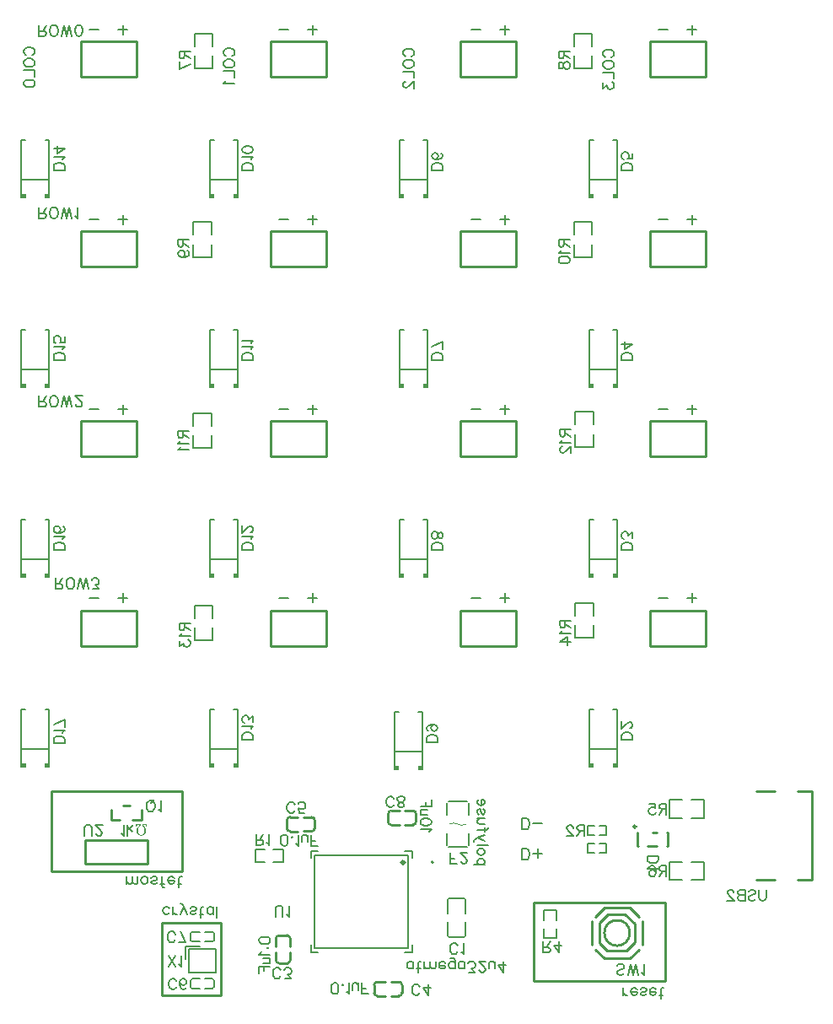
<source format=gbo>
G04 Layer: BottomSilkscreenLayer*
G04 EasyEDA v6.5.42, 2024-04-23 01:25:34*
G04 37435acb23be492c925ee77293ce4e4e,2f8dee597c2d402b932a0ab9ce23454b,10*
G04 Gerber Generator version 0.2*
G04 Scale: 100 percent, Rotated: No, Reflected: No *
G04 Dimensions in millimeters *
G04 leading zeros omitted , absolute positions ,4 integer and 5 decimal *
%FSLAX45Y45*%
%MOMM*%

%ADD10C,0.1520*%
%ADD11C,0.1540*%
%ADD12C,0.1524*%
%ADD13C,0.2540*%
%ADD14C,0.0762*%
%ADD15C,0.2000*%
%ADD16C,0.3000*%
%ADD17C,0.0146*%

%LPD*%
G36*
X1227582Y-8128000D02*
G01*
X1225804Y-8156448D01*
X1234694Y-8156448D01*
X1238504Y-8139684D01*
X1262380Y-8139684D01*
X1262380Y-8139938D01*
X1258163Y-8143087D01*
X1250238Y-8150047D01*
X1246682Y-8153857D01*
X1243380Y-8157921D01*
X1240434Y-8162137D01*
X1237792Y-8166557D01*
X1235608Y-8171230D01*
X1233830Y-8176056D01*
X1232509Y-8181086D01*
X1231696Y-8186318D01*
X1231392Y-8191753D01*
X1231849Y-8199577D01*
X1233220Y-8206790D01*
X1235354Y-8213344D01*
X1238300Y-8219287D01*
X1241907Y-8224570D01*
X1246073Y-8229193D01*
X1250848Y-8233156D01*
X1256080Y-8236407D01*
X1261719Y-8238998D01*
X1267714Y-8240826D01*
X1273962Y-8241944D01*
X1280414Y-8242300D01*
X1286764Y-8241944D01*
X1292910Y-8240826D01*
X1298854Y-8238998D01*
X1304442Y-8236407D01*
X1309674Y-8233156D01*
X1314399Y-8229193D01*
X1318615Y-8224570D01*
X1322222Y-8219287D01*
X1325168Y-8213344D01*
X1327353Y-8206790D01*
X1328724Y-8199577D01*
X1329182Y-8191753D01*
X1328877Y-8186420D01*
X1328064Y-8181289D01*
X1326794Y-8176259D01*
X1324965Y-8171434D01*
X1322781Y-8166760D01*
X1320190Y-8162340D01*
X1317193Y-8158073D01*
X1313891Y-8154009D01*
X1310335Y-8150148D01*
X1306474Y-8146491D01*
X1302410Y-8143087D01*
X1298194Y-8139938D01*
X1298194Y-8139684D01*
X1321816Y-8139684D01*
X1325880Y-8156448D01*
X1334516Y-8156448D01*
X1332992Y-8128000D01*
X1288034Y-8128000D01*
X1288034Y-8138159D01*
X1293622Y-8143240D01*
X1298651Y-8148878D01*
X1302969Y-8155076D01*
X1306626Y-8161680D01*
X1309573Y-8168690D01*
X1311656Y-8176056D01*
X1312976Y-8183676D01*
X1313434Y-8191500D01*
X1313180Y-8197545D01*
X1312418Y-8203285D01*
X1311198Y-8208670D01*
X1309522Y-8213699D01*
X1307338Y-8218322D01*
X1304747Y-8222437D01*
X1301699Y-8226094D01*
X1298244Y-8229142D01*
X1294384Y-8231631D01*
X1290116Y-8233409D01*
X1285443Y-8234527D01*
X1280414Y-8234934D01*
X1275334Y-8234527D01*
X1270609Y-8233409D01*
X1266291Y-8231631D01*
X1262329Y-8229142D01*
X1258824Y-8226094D01*
X1255725Y-8222437D01*
X1253083Y-8218322D01*
X1250899Y-8213699D01*
X1249172Y-8208670D01*
X1247902Y-8203285D01*
X1247140Y-8197545D01*
X1246886Y-8191500D01*
X1247343Y-8183676D01*
X1248664Y-8176056D01*
X1250848Y-8168690D01*
X1253794Y-8161680D01*
X1257452Y-8155076D01*
X1261770Y-8148878D01*
X1266748Y-8143240D01*
X1272286Y-8138159D01*
X1272286Y-8128000D01*
G37*
D10*
X1130300Y-8727671D02*
G01*
X1130300Y-8654935D01*
X1130300Y-8706888D02*
G01*
X1145885Y-8722474D01*
X1156276Y-8727671D01*
X1171864Y-8727671D01*
X1182255Y-8722474D01*
X1187450Y-8706888D01*
X1187450Y-8654935D01*
X1187450Y-8706888D02*
G01*
X1203035Y-8722474D01*
X1213426Y-8727671D01*
X1229014Y-8727671D01*
X1239403Y-8722474D01*
X1244600Y-8706888D01*
X1244600Y-8654935D01*
X1304866Y-8727671D02*
G01*
X1294475Y-8722474D01*
X1284084Y-8712083D01*
X1278889Y-8696497D01*
X1278889Y-8686106D01*
X1284084Y-8670521D01*
X1294475Y-8660129D01*
X1304866Y-8654935D01*
X1320452Y-8654935D01*
X1330843Y-8660129D01*
X1341234Y-8670521D01*
X1346431Y-8686106D01*
X1346431Y-8696497D01*
X1341234Y-8712083D01*
X1330843Y-8722474D01*
X1320452Y-8727671D01*
X1304866Y-8727671D01*
X1437871Y-8712083D02*
G01*
X1432674Y-8722474D01*
X1417088Y-8727671D01*
X1401503Y-8727671D01*
X1385915Y-8722474D01*
X1380721Y-8712083D01*
X1385915Y-8701694D01*
X1396306Y-8696497D01*
X1422283Y-8691303D01*
X1432674Y-8686106D01*
X1437871Y-8675715D01*
X1437871Y-8670521D01*
X1432674Y-8660129D01*
X1417088Y-8654935D01*
X1401503Y-8654935D01*
X1385915Y-8660129D01*
X1380721Y-8670521D01*
X1513723Y-8764038D02*
G01*
X1503332Y-8764038D01*
X1492940Y-8758844D01*
X1487746Y-8743256D01*
X1487746Y-8654935D01*
X1472161Y-8727671D02*
G01*
X1508528Y-8727671D01*
X1548013Y-8696497D02*
G01*
X1610360Y-8696497D01*
X1610360Y-8706888D01*
X1605163Y-8717279D01*
X1599968Y-8722474D01*
X1589577Y-8727671D01*
X1573989Y-8727671D01*
X1563601Y-8722474D01*
X1553210Y-8712083D01*
X1548013Y-8696497D01*
X1548013Y-8686106D01*
X1553210Y-8670521D01*
X1563601Y-8660129D01*
X1573989Y-8654935D01*
X1589577Y-8654935D01*
X1599968Y-8660129D01*
X1610360Y-8670521D01*
X1660235Y-8764038D02*
G01*
X1660235Y-8675715D01*
X1665429Y-8660129D01*
X1675820Y-8654935D01*
X1686212Y-8654935D01*
X1644650Y-8727671D02*
G01*
X1681017Y-8727671D01*
X6121400Y-9845271D02*
G01*
X6121400Y-9772535D01*
X6121400Y-9814097D02*
G01*
X6126594Y-9829683D01*
X6136985Y-9840074D01*
X6147376Y-9845271D01*
X6162964Y-9845271D01*
X6197254Y-9814097D02*
G01*
X6259598Y-9814097D01*
X6259598Y-9824488D01*
X6254404Y-9834879D01*
X6249207Y-9840074D01*
X6238816Y-9845271D01*
X6223231Y-9845271D01*
X6212840Y-9840074D01*
X6202448Y-9829683D01*
X6197254Y-9814097D01*
X6197254Y-9803706D01*
X6202448Y-9788121D01*
X6212840Y-9777729D01*
X6223231Y-9772535D01*
X6238816Y-9772535D01*
X6249207Y-9777729D01*
X6259598Y-9788121D01*
X6351038Y-9829683D02*
G01*
X6345842Y-9840074D01*
X6330256Y-9845271D01*
X6314671Y-9845271D01*
X6299083Y-9840074D01*
X6293888Y-9829683D01*
X6299083Y-9819294D01*
X6309474Y-9814097D01*
X6335453Y-9808903D01*
X6345842Y-9803706D01*
X6351038Y-9793315D01*
X6351038Y-9788121D01*
X6345842Y-9777729D01*
X6330256Y-9772535D01*
X6314671Y-9772535D01*
X6299083Y-9777729D01*
X6293888Y-9788121D01*
X6385328Y-9814097D02*
G01*
X6447673Y-9814097D01*
X6447673Y-9824488D01*
X6442478Y-9834879D01*
X6437282Y-9840074D01*
X6426890Y-9845271D01*
X6411305Y-9845271D01*
X6400914Y-9840074D01*
X6390523Y-9829683D01*
X6385328Y-9814097D01*
X6385328Y-9803706D01*
X6390523Y-9788121D01*
X6400914Y-9777729D01*
X6411305Y-9772535D01*
X6426890Y-9772535D01*
X6437282Y-9777729D01*
X6447673Y-9788121D01*
X6497551Y-9881638D02*
G01*
X6497551Y-9793315D01*
X6502745Y-9777729D01*
X6513136Y-9772535D01*
X6523527Y-9772535D01*
X6481963Y-9845271D02*
G01*
X6518330Y-9845271D01*
X1560944Y-9016883D02*
G01*
X1550555Y-9027274D01*
X1540164Y-9032471D01*
X1524576Y-9032471D01*
X1514185Y-9027274D01*
X1503794Y-9016883D01*
X1498600Y-9001297D01*
X1498600Y-8990906D01*
X1503794Y-8975321D01*
X1514185Y-8964929D01*
X1524576Y-8959735D01*
X1540164Y-8959735D01*
X1550555Y-8964929D01*
X1560944Y-8975321D01*
X1595234Y-9032471D02*
G01*
X1595234Y-8959735D01*
X1595234Y-9001297D02*
G01*
X1600431Y-9016883D01*
X1610822Y-9027274D01*
X1621213Y-9032471D01*
X1636798Y-9032471D01*
X1676283Y-9032471D02*
G01*
X1707456Y-8959735D01*
X1738629Y-9032471D02*
G01*
X1707456Y-8959735D01*
X1697065Y-8938953D01*
X1686674Y-8928562D01*
X1676283Y-8923365D01*
X1671088Y-8923365D01*
X1830070Y-9016883D02*
G01*
X1824873Y-9027274D01*
X1809287Y-9032471D01*
X1793702Y-9032471D01*
X1778114Y-9027274D01*
X1772920Y-9016883D01*
X1778114Y-9006494D01*
X1788505Y-9001297D01*
X1814482Y-8996103D01*
X1824873Y-8990906D01*
X1830070Y-8980515D01*
X1830070Y-8975321D01*
X1824873Y-8964929D01*
X1809287Y-8959735D01*
X1793702Y-8959735D01*
X1778114Y-8964929D01*
X1772920Y-8975321D01*
X1879945Y-9068838D02*
G01*
X1879945Y-8980515D01*
X1885142Y-8964929D01*
X1895530Y-8959735D01*
X1905922Y-8959735D01*
X1864360Y-9032471D02*
G01*
X1900727Y-9032471D01*
X2002558Y-9032471D02*
G01*
X2002558Y-8959735D01*
X2002558Y-9016883D02*
G01*
X1992167Y-9027274D01*
X1981776Y-9032471D01*
X1966191Y-9032471D01*
X1955800Y-9027274D01*
X1945408Y-9016883D01*
X1940212Y-9001297D01*
X1940212Y-8990906D01*
X1945408Y-8975321D01*
X1955800Y-8964929D01*
X1966191Y-8959735D01*
X1981776Y-8959735D01*
X1992167Y-8964929D01*
X2002558Y-8975321D01*
X2036848Y-9068838D02*
G01*
X2036848Y-8959735D01*
X4727171Y-8534400D02*
G01*
X4618065Y-8534400D01*
X4711583Y-8534400D02*
G01*
X4721974Y-8524008D01*
X4727171Y-8513617D01*
X4727171Y-8498032D01*
X4721974Y-8487641D01*
X4711583Y-8477250D01*
X4695997Y-8472055D01*
X4685606Y-8472055D01*
X4670021Y-8477250D01*
X4659629Y-8487641D01*
X4654435Y-8498032D01*
X4654435Y-8513617D01*
X4659629Y-8524008D01*
X4670021Y-8534400D01*
X4727171Y-8411786D02*
G01*
X4721974Y-8422177D01*
X4711583Y-8432568D01*
X4695997Y-8437765D01*
X4685606Y-8437765D01*
X4670021Y-8432568D01*
X4659629Y-8422177D01*
X4654435Y-8411786D01*
X4654435Y-8396201D01*
X4659629Y-8385810D01*
X4670021Y-8375418D01*
X4685606Y-8370224D01*
X4695997Y-8370224D01*
X4711583Y-8375418D01*
X4721974Y-8385810D01*
X4727171Y-8396201D01*
X4727171Y-8411786D01*
X4763538Y-8335934D02*
G01*
X4654435Y-8335934D01*
X4727171Y-8296447D02*
G01*
X4654435Y-8265276D01*
X4727171Y-8234103D02*
G01*
X4654435Y-8265276D01*
X4633653Y-8275667D01*
X4623262Y-8286056D01*
X4618065Y-8296447D01*
X4618065Y-8301644D01*
X4763538Y-8158248D02*
G01*
X4763538Y-8168639D01*
X4758344Y-8179031D01*
X4742756Y-8184227D01*
X4654435Y-8184227D01*
X4727171Y-8199813D02*
G01*
X4727171Y-8163445D01*
X4727171Y-8123958D02*
G01*
X4675215Y-8123958D01*
X4659629Y-8118764D01*
X4654435Y-8108373D01*
X4654435Y-8092787D01*
X4659629Y-8082396D01*
X4675215Y-8066808D01*
X4727171Y-8066808D02*
G01*
X4654435Y-8066808D01*
X4711583Y-7975371D02*
G01*
X4721974Y-7980565D01*
X4727171Y-7996151D01*
X4727171Y-8011739D01*
X4721974Y-8027324D01*
X4711583Y-8032518D01*
X4701194Y-8027324D01*
X4695997Y-8016933D01*
X4690803Y-7990956D01*
X4685606Y-7980565D01*
X4675215Y-7975371D01*
X4670021Y-7975371D01*
X4659629Y-7980565D01*
X4654435Y-7996151D01*
X4654435Y-8011739D01*
X4659629Y-8027324D01*
X4670021Y-8032518D01*
X4695997Y-7941081D02*
G01*
X4695997Y-7878734D01*
X4706388Y-7878734D01*
X4716779Y-7883931D01*
X4721974Y-7889125D01*
X4727171Y-7899516D01*
X4727171Y-7915102D01*
X4721974Y-7925493D01*
X4711583Y-7935884D01*
X4695997Y-7941081D01*
X4685606Y-7941081D01*
X4670021Y-7935884D01*
X4659629Y-7925493D01*
X4654435Y-7915102D01*
X4654435Y-7899516D01*
X4659629Y-7889125D01*
X4670021Y-7878734D01*
X5106144Y-8179838D02*
G01*
X5106144Y-8070735D01*
X5106144Y-8179838D02*
G01*
X5142511Y-8179838D01*
X5158099Y-8174644D01*
X5168488Y-8164253D01*
X5173685Y-8153862D01*
X5178879Y-8138274D01*
X5178879Y-8112297D01*
X5173685Y-8096712D01*
X5168488Y-8086321D01*
X5158099Y-8075929D01*
X5142511Y-8070735D01*
X5106144Y-8070735D01*
X5213169Y-8117494D02*
G01*
X5306687Y-8117494D01*
X5105400Y-8484638D02*
G01*
X5105400Y-8375535D01*
X5105400Y-8484638D02*
G01*
X5141767Y-8484638D01*
X5157355Y-8479444D01*
X5167744Y-8469053D01*
X5172941Y-8458662D01*
X5178135Y-8443074D01*
X5178135Y-8417097D01*
X5172941Y-8401512D01*
X5167744Y-8391121D01*
X5157355Y-8380729D01*
X5141767Y-8375535D01*
X5105400Y-8375535D01*
X5259184Y-8469053D02*
G01*
X5259184Y-8375535D01*
X5212425Y-8422294D02*
G01*
X5305943Y-8422294D01*
X3218873Y-9830838D02*
G01*
X3203285Y-9825644D01*
X3192894Y-9810056D01*
X3187700Y-9784079D01*
X3187700Y-9768494D01*
X3192894Y-9742515D01*
X3203285Y-9726929D01*
X3218873Y-9721735D01*
X3229264Y-9721735D01*
X3244850Y-9726929D01*
X3255241Y-9742515D01*
X3260435Y-9768494D01*
X3260435Y-9784079D01*
X3255241Y-9810056D01*
X3244850Y-9825644D01*
X3229264Y-9830838D01*
X3218873Y-9830838D01*
X3299922Y-9747712D02*
G01*
X3294725Y-9742515D01*
X3299922Y-9737321D01*
X3305116Y-9742515D01*
X3299922Y-9747712D01*
X3339406Y-9810056D02*
G01*
X3349797Y-9815253D01*
X3365383Y-9830838D01*
X3365383Y-9721735D01*
X3399673Y-9794471D02*
G01*
X3399673Y-9742515D01*
X3404870Y-9726929D01*
X3415261Y-9721735D01*
X3430846Y-9721735D01*
X3441237Y-9726929D01*
X3456823Y-9742515D01*
X3456823Y-9794471D02*
G01*
X3456823Y-9721735D01*
X3491113Y-9830838D02*
G01*
X3491113Y-9721735D01*
X3491113Y-9830838D02*
G01*
X3558654Y-9830838D01*
X3491113Y-9778883D02*
G01*
X3532677Y-9778883D01*
X2462761Y-9289473D02*
G01*
X2467955Y-9273885D01*
X2483543Y-9263494D01*
X2509520Y-9258300D01*
X2525105Y-9258300D01*
X2551084Y-9263494D01*
X2566670Y-9273885D01*
X2571864Y-9289473D01*
X2571864Y-9299864D01*
X2566670Y-9315450D01*
X2551084Y-9325841D01*
X2525105Y-9331035D01*
X2509520Y-9331035D01*
X2483543Y-9325841D01*
X2467955Y-9315450D01*
X2462761Y-9299864D01*
X2462761Y-9289473D01*
X2545887Y-9370522D02*
G01*
X2551084Y-9365325D01*
X2556278Y-9370522D01*
X2551084Y-9375716D01*
X2545887Y-9370522D01*
X2483543Y-9410006D02*
G01*
X2478346Y-9420397D01*
X2462761Y-9435983D01*
X2571864Y-9435983D01*
X2499128Y-9470273D02*
G01*
X2551084Y-9470273D01*
X2566670Y-9475470D01*
X2571864Y-9485861D01*
X2571864Y-9501446D01*
X2566670Y-9511837D01*
X2551084Y-9527423D01*
X2499128Y-9527423D02*
G01*
X2571864Y-9527423D01*
X2462761Y-9561713D02*
G01*
X2571864Y-9561713D01*
X2462761Y-9561713D02*
G01*
X2462761Y-9629254D01*
X2514716Y-9561713D02*
G01*
X2514716Y-9603277D01*
X2710873Y-8344938D02*
G01*
X2695285Y-8339744D01*
X2684894Y-8324156D01*
X2679700Y-8298179D01*
X2679700Y-8282594D01*
X2684894Y-8256615D01*
X2695285Y-8241029D01*
X2710873Y-8235835D01*
X2721264Y-8235835D01*
X2736850Y-8241029D01*
X2747241Y-8256615D01*
X2752435Y-8282594D01*
X2752435Y-8298179D01*
X2747241Y-8324156D01*
X2736850Y-8339744D01*
X2721264Y-8344938D01*
X2710873Y-8344938D01*
X2791922Y-8261812D02*
G01*
X2786725Y-8256615D01*
X2791922Y-8251421D01*
X2797116Y-8256615D01*
X2791922Y-8261812D01*
X2831406Y-8324156D02*
G01*
X2841797Y-8329353D01*
X2857383Y-8344938D01*
X2857383Y-8235835D01*
X2891673Y-8308571D02*
G01*
X2891673Y-8256615D01*
X2896870Y-8241029D01*
X2907261Y-8235835D01*
X2922846Y-8235835D01*
X2933237Y-8241029D01*
X2948823Y-8256615D01*
X2948823Y-8308571D02*
G01*
X2948823Y-8235835D01*
X2983113Y-8344938D02*
G01*
X2983113Y-8235835D01*
X2983113Y-8344938D02*
G01*
X3050654Y-8344938D01*
X2983113Y-8292983D02*
G01*
X3024677Y-8292983D01*
X4171256Y-8204200D02*
G01*
X4176453Y-8193808D01*
X4192038Y-8178223D01*
X4082935Y-8178223D01*
X4192038Y-8112760D02*
G01*
X4186844Y-8128345D01*
X4171256Y-8138736D01*
X4145279Y-8143933D01*
X4129694Y-8143933D01*
X4103715Y-8138736D01*
X4088129Y-8128345D01*
X4082935Y-8112760D01*
X4082935Y-8102368D01*
X4088129Y-8086783D01*
X4103715Y-8076392D01*
X4129694Y-8071195D01*
X4145279Y-8071195D01*
X4171256Y-8076392D01*
X4186844Y-8086783D01*
X4192038Y-8102368D01*
X4192038Y-8112760D01*
X4155671Y-8036905D02*
G01*
X4103715Y-8036905D01*
X4088129Y-8031711D01*
X4082935Y-8021320D01*
X4082935Y-8005734D01*
X4088129Y-7995343D01*
X4103715Y-7979757D01*
X4155671Y-7979757D02*
G01*
X4082935Y-7979757D01*
X4192038Y-7945467D02*
G01*
X4082935Y-7945467D01*
X4192038Y-7945467D02*
G01*
X4192038Y-7877926D01*
X4140083Y-7945467D02*
G01*
X4140083Y-7903903D01*
D11*
X762000Y-154594D02*
G01*
X855517Y-154594D01*
X1096586Y-201353D02*
G01*
X1096586Y-107835D01*
X1049827Y-154594D02*
G01*
X1143345Y-154594D01*
D10*
X1079500Y-8222556D02*
G01*
X1089891Y-8227753D01*
X1105476Y-8243338D01*
X1105476Y-8134235D01*
X1139766Y-8243338D02*
G01*
X1139766Y-8134235D01*
X1191722Y-8206971D02*
G01*
X1139766Y-8155015D01*
X1160548Y-8175797D02*
G01*
X1196916Y-8134235D01*
X4012044Y-9578571D02*
G01*
X4012044Y-9505835D01*
X4012044Y-9562983D02*
G01*
X4001655Y-9573374D01*
X3991264Y-9578571D01*
X3975676Y-9578571D01*
X3965285Y-9573374D01*
X3954894Y-9562983D01*
X3949700Y-9547397D01*
X3949700Y-9537006D01*
X3954894Y-9521421D01*
X3965285Y-9511029D01*
X3975676Y-9505835D01*
X3991264Y-9505835D01*
X4001655Y-9511029D01*
X4012044Y-9521421D01*
X4061922Y-9614938D02*
G01*
X4061922Y-9526615D01*
X4067116Y-9511029D01*
X4077507Y-9505835D01*
X4087898Y-9505835D01*
X4046334Y-9578571D02*
G01*
X4082704Y-9578571D01*
X4122188Y-9578571D02*
G01*
X4122188Y-9505835D01*
X4122188Y-9557788D02*
G01*
X4137774Y-9573374D01*
X4148165Y-9578571D01*
X4163753Y-9578571D01*
X4174142Y-9573374D01*
X4179338Y-9557788D01*
X4179338Y-9505835D01*
X4179338Y-9557788D02*
G01*
X4194924Y-9573374D01*
X4205315Y-9578571D01*
X4220903Y-9578571D01*
X4231292Y-9573374D01*
X4236488Y-9557788D01*
X4236488Y-9505835D01*
X4270778Y-9547397D02*
G01*
X4333123Y-9547397D01*
X4333123Y-9557788D01*
X4327928Y-9568179D01*
X4322732Y-9573374D01*
X4312340Y-9578571D01*
X4296755Y-9578571D01*
X4286364Y-9573374D01*
X4275973Y-9562983D01*
X4270778Y-9547397D01*
X4270778Y-9537006D01*
X4275973Y-9521421D01*
X4286364Y-9511029D01*
X4296755Y-9505835D01*
X4312340Y-9505835D01*
X4322732Y-9511029D01*
X4333123Y-9521421D01*
X4429759Y-9578571D02*
G01*
X4429759Y-9495444D01*
X4424563Y-9479856D01*
X4419368Y-9474662D01*
X4408977Y-9469465D01*
X4393389Y-9469465D01*
X4383001Y-9474662D01*
X4429759Y-9562983D02*
G01*
X4419368Y-9573374D01*
X4408977Y-9578571D01*
X4393389Y-9578571D01*
X4383001Y-9573374D01*
X4372609Y-9562983D01*
X4367413Y-9547397D01*
X4367413Y-9537006D01*
X4372609Y-9521421D01*
X4383001Y-9511029D01*
X4393389Y-9505835D01*
X4408977Y-9505835D01*
X4419368Y-9511029D01*
X4429759Y-9521421D01*
X4526394Y-9578571D02*
G01*
X4526394Y-9505835D01*
X4526394Y-9562983D02*
G01*
X4516003Y-9573374D01*
X4505612Y-9578571D01*
X4490026Y-9578571D01*
X4479635Y-9573374D01*
X4469244Y-9562983D01*
X4464050Y-9547397D01*
X4464050Y-9537006D01*
X4469244Y-9521421D01*
X4479635Y-9511029D01*
X4490026Y-9505835D01*
X4505612Y-9505835D01*
X4516003Y-9511029D01*
X4526394Y-9521421D01*
X4571075Y-9614938D02*
G01*
X4628225Y-9614938D01*
X4597052Y-9573374D01*
X4612637Y-9573374D01*
X4623028Y-9568179D01*
X4628225Y-9562983D01*
X4633419Y-9547397D01*
X4633419Y-9537006D01*
X4628225Y-9521421D01*
X4617834Y-9511029D01*
X4602248Y-9505835D01*
X4586660Y-9505835D01*
X4571075Y-9511029D01*
X4565878Y-9516224D01*
X4560684Y-9526615D01*
X4672906Y-9588962D02*
G01*
X4672906Y-9594156D01*
X4678100Y-9604547D01*
X4683297Y-9609744D01*
X4693688Y-9614938D01*
X4714468Y-9614938D01*
X4724859Y-9609744D01*
X4730056Y-9604547D01*
X4735250Y-9594156D01*
X4735250Y-9583765D01*
X4730056Y-9573374D01*
X4719665Y-9557788D01*
X4667709Y-9505835D01*
X4740447Y-9505835D01*
X4774737Y-9578571D02*
G01*
X4774737Y-9526615D01*
X4779932Y-9511029D01*
X4790323Y-9505835D01*
X4805908Y-9505835D01*
X4816299Y-9511029D01*
X4831885Y-9526615D01*
X4831885Y-9578571D02*
G01*
X4831885Y-9505835D01*
X4918130Y-9614938D02*
G01*
X4866175Y-9542203D01*
X4944107Y-9542203D01*
X4918130Y-9614938D02*
G01*
X4918130Y-9505835D01*
D11*
X2667000Y-154594D02*
G01*
X2760517Y-154594D01*
X3001586Y-201353D02*
G01*
X3001586Y-107835D01*
X2954827Y-154594D02*
G01*
X3048345Y-154594D01*
X4597400Y-154594D02*
G01*
X4690917Y-154594D01*
X4931986Y-201353D02*
G01*
X4931986Y-107835D01*
X4885227Y-154594D02*
G01*
X4978745Y-154594D01*
X6477000Y-154594D02*
G01*
X6570517Y-154594D01*
X6811586Y-201353D02*
G01*
X6811586Y-107835D01*
X6764827Y-154594D02*
G01*
X6858345Y-154594D01*
X6477000Y-2059594D02*
G01*
X6570517Y-2059594D01*
X6811586Y-2106353D02*
G01*
X6811586Y-2012835D01*
X6764827Y-2059594D02*
G01*
X6858345Y-2059594D01*
X4597400Y-2059594D02*
G01*
X4690917Y-2059594D01*
X4931986Y-2106353D02*
G01*
X4931986Y-2012835D01*
X4885227Y-2059594D02*
G01*
X4978745Y-2059594D01*
X2667000Y-2059594D02*
G01*
X2760517Y-2059594D01*
X3001586Y-2106353D02*
G01*
X3001586Y-2012835D01*
X2954827Y-2059594D02*
G01*
X3048345Y-2059594D01*
X762000Y-2059594D02*
G01*
X855517Y-2059594D01*
X1096586Y-2106353D02*
G01*
X1096586Y-2012835D01*
X1049827Y-2059594D02*
G01*
X1143345Y-2059594D01*
X6477000Y-3964594D02*
G01*
X6570517Y-3964594D01*
X6811586Y-4011353D02*
G01*
X6811586Y-3917835D01*
X6764827Y-3964594D02*
G01*
X6858345Y-3964594D01*
X4597400Y-3964594D02*
G01*
X4690917Y-3964594D01*
X4931986Y-4011353D02*
G01*
X4931986Y-3917835D01*
X4885227Y-3964594D02*
G01*
X4978745Y-3964594D01*
X2667000Y-3964594D02*
G01*
X2760517Y-3964594D01*
X3001586Y-4011353D02*
G01*
X3001586Y-3917835D01*
X2954827Y-3964594D02*
G01*
X3048345Y-3964594D01*
X762000Y-3964594D02*
G01*
X855517Y-3964594D01*
X1096586Y-4011353D02*
G01*
X1096586Y-3917835D01*
X1049827Y-3964594D02*
G01*
X1143345Y-3964594D01*
X6477000Y-5856894D02*
G01*
X6570517Y-5856894D01*
X6811586Y-5903653D02*
G01*
X6811586Y-5810135D01*
X6764827Y-5856894D02*
G01*
X6858345Y-5856894D01*
X4597400Y-5856894D02*
G01*
X4690917Y-5856894D01*
X4931986Y-5903653D02*
G01*
X4931986Y-5810135D01*
X4885227Y-5856894D02*
G01*
X4978745Y-5856894D01*
X2667000Y-5856894D02*
G01*
X2760517Y-5856894D01*
X3001586Y-5903653D02*
G01*
X3001586Y-5810135D01*
X2954827Y-5856894D02*
G01*
X3048345Y-5856894D01*
X762000Y-5856894D02*
G01*
X855517Y-5856894D01*
X1096586Y-5903653D02*
G01*
X1096586Y-5810135D01*
X1049827Y-5856894D02*
G01*
X1143345Y-5856894D01*
X254000Y-216938D02*
G01*
X254000Y-107835D01*
X254000Y-216938D02*
G01*
X300758Y-216938D01*
X316344Y-211744D01*
X321541Y-206547D01*
X326735Y-196156D01*
X326735Y-185765D01*
X321541Y-175374D01*
X316344Y-170179D01*
X300758Y-164983D01*
X254000Y-164983D01*
X290367Y-164983D02*
G01*
X326735Y-107835D01*
X392198Y-216938D02*
G01*
X381807Y-211744D01*
X371416Y-201353D01*
X366222Y-190962D01*
X361025Y-175374D01*
X361025Y-149397D01*
X366222Y-133812D01*
X371416Y-123421D01*
X381807Y-113029D01*
X392198Y-107835D01*
X412981Y-107835D01*
X423372Y-113029D01*
X433763Y-123421D01*
X438957Y-133812D01*
X444152Y-149397D01*
X444152Y-175374D01*
X438957Y-190962D01*
X433763Y-201353D01*
X423372Y-211744D01*
X412981Y-216938D01*
X392198Y-216938D01*
X478442Y-216938D02*
G01*
X504421Y-107835D01*
X530397Y-216938D02*
G01*
X504421Y-107835D01*
X530397Y-216938D02*
G01*
X556374Y-107835D01*
X582350Y-216938D02*
G01*
X556374Y-107835D01*
X647814Y-216938D02*
G01*
X632228Y-211744D01*
X621837Y-196156D01*
X616640Y-170179D01*
X616640Y-154594D01*
X621837Y-128615D01*
X632228Y-113029D01*
X647814Y-107835D01*
X658205Y-107835D01*
X673790Y-113029D01*
X684182Y-128615D01*
X689378Y-154594D01*
X689378Y-170179D01*
X684182Y-196156D01*
X673790Y-211744D01*
X658205Y-216938D01*
X647814Y-216938D01*
X254000Y-2045738D02*
G01*
X254000Y-1936635D01*
X254000Y-2045738D02*
G01*
X300758Y-2045738D01*
X316344Y-2040544D01*
X321541Y-2035347D01*
X326735Y-2024956D01*
X326735Y-2014565D01*
X321541Y-2004174D01*
X316344Y-1998979D01*
X300758Y-1993783D01*
X254000Y-1993783D01*
X290367Y-1993783D02*
G01*
X326735Y-1936635D01*
X392198Y-2045738D02*
G01*
X381807Y-2040544D01*
X371416Y-2030153D01*
X366222Y-2019762D01*
X361025Y-2004174D01*
X361025Y-1978197D01*
X366222Y-1962612D01*
X371416Y-1952221D01*
X381807Y-1941829D01*
X392198Y-1936635D01*
X412981Y-1936635D01*
X423372Y-1941829D01*
X433763Y-1952221D01*
X438957Y-1962612D01*
X444152Y-1978197D01*
X444152Y-2004174D01*
X438957Y-2019762D01*
X433763Y-2030153D01*
X423372Y-2040544D01*
X412981Y-2045738D01*
X392198Y-2045738D01*
X478442Y-2045738D02*
G01*
X504421Y-1936635D01*
X530397Y-2045738D02*
G01*
X504421Y-1936635D01*
X530397Y-2045738D02*
G01*
X556374Y-1936635D01*
X582350Y-2045738D02*
G01*
X556374Y-1936635D01*
X616640Y-2024956D02*
G01*
X627032Y-2030153D01*
X642620Y-2045738D01*
X642620Y-1936635D01*
X254000Y-3938038D02*
G01*
X254000Y-3828935D01*
X254000Y-3938038D02*
G01*
X300758Y-3938038D01*
X316344Y-3932844D01*
X321541Y-3927647D01*
X326735Y-3917256D01*
X326735Y-3906865D01*
X321541Y-3896474D01*
X316344Y-3891279D01*
X300758Y-3886083D01*
X254000Y-3886083D01*
X290367Y-3886083D02*
G01*
X326735Y-3828935D01*
X392198Y-3938038D02*
G01*
X381807Y-3932844D01*
X371416Y-3922453D01*
X366222Y-3912062D01*
X361025Y-3896474D01*
X361025Y-3870497D01*
X366222Y-3854912D01*
X371416Y-3844521D01*
X381807Y-3834129D01*
X392198Y-3828935D01*
X412981Y-3828935D01*
X423372Y-3834129D01*
X433763Y-3844521D01*
X438957Y-3854912D01*
X444152Y-3870497D01*
X444152Y-3896474D01*
X438957Y-3912062D01*
X433763Y-3922453D01*
X423372Y-3932844D01*
X412981Y-3938038D01*
X392198Y-3938038D01*
X478442Y-3938038D02*
G01*
X504421Y-3828935D01*
X530397Y-3938038D02*
G01*
X504421Y-3828935D01*
X530397Y-3938038D02*
G01*
X556374Y-3828935D01*
X582350Y-3938038D02*
G01*
X556374Y-3828935D01*
X621837Y-3912062D02*
G01*
X621837Y-3917256D01*
X627032Y-3927647D01*
X632228Y-3932844D01*
X642620Y-3938038D01*
X663399Y-3938038D01*
X673790Y-3932844D01*
X678987Y-3927647D01*
X684182Y-3917256D01*
X684182Y-3906865D01*
X678987Y-3896474D01*
X668596Y-3880888D01*
X616640Y-3828935D01*
X689378Y-3828935D01*
X419100Y-5766838D02*
G01*
X419100Y-5657735D01*
X419100Y-5766838D02*
G01*
X465858Y-5766838D01*
X481444Y-5761644D01*
X486641Y-5756447D01*
X491835Y-5746056D01*
X491835Y-5735665D01*
X486641Y-5725274D01*
X481444Y-5720079D01*
X465858Y-5714883D01*
X419100Y-5714883D01*
X455467Y-5714883D02*
G01*
X491835Y-5657735D01*
X557298Y-5766838D02*
G01*
X546907Y-5761644D01*
X536516Y-5751253D01*
X531322Y-5740862D01*
X526125Y-5725274D01*
X526125Y-5699297D01*
X531322Y-5683712D01*
X536516Y-5673321D01*
X546907Y-5662929D01*
X557298Y-5657735D01*
X578081Y-5657735D01*
X588472Y-5662929D01*
X598863Y-5673321D01*
X604057Y-5683712D01*
X609252Y-5699297D01*
X609252Y-5725274D01*
X604057Y-5740862D01*
X598863Y-5751253D01*
X588472Y-5761644D01*
X578081Y-5766838D01*
X557298Y-5766838D01*
X643542Y-5766838D02*
G01*
X669521Y-5657735D01*
X695497Y-5766838D02*
G01*
X669521Y-5657735D01*
X695497Y-5766838D02*
G01*
X721474Y-5657735D01*
X747450Y-5766838D02*
G01*
X721474Y-5657735D01*
X792132Y-5766838D02*
G01*
X849282Y-5766838D01*
X818111Y-5725274D01*
X833696Y-5725274D01*
X844087Y-5720079D01*
X849282Y-5714883D01*
X854478Y-5699297D01*
X854478Y-5688906D01*
X849282Y-5673321D01*
X838890Y-5662929D01*
X823305Y-5657735D01*
X807720Y-5657735D01*
X792132Y-5662929D01*
X786937Y-5668124D01*
X781740Y-5678515D01*
X126537Y-408132D02*
G01*
X116146Y-402935D01*
X105755Y-392544D01*
X100561Y-382155D01*
X100561Y-361373D01*
X105755Y-350982D01*
X116146Y-340591D01*
X126537Y-335394D01*
X142125Y-330200D01*
X168102Y-330200D01*
X183687Y-335394D01*
X194078Y-340591D01*
X204470Y-350982D01*
X209664Y-361373D01*
X209664Y-382155D01*
X204470Y-392544D01*
X194078Y-402935D01*
X183687Y-408132D01*
X100561Y-473593D02*
G01*
X105755Y-463204D01*
X116146Y-452813D01*
X126537Y-447616D01*
X142125Y-442422D01*
X168102Y-442422D01*
X183687Y-447616D01*
X194078Y-452813D01*
X204470Y-463204D01*
X209664Y-473593D01*
X209664Y-494375D01*
X204470Y-504766D01*
X194078Y-515157D01*
X183687Y-520352D01*
X168102Y-525548D01*
X142125Y-525548D01*
X126537Y-520352D01*
X116146Y-515157D01*
X105755Y-504766D01*
X100561Y-494375D01*
X100561Y-473593D01*
X100561Y-559838D02*
G01*
X209664Y-559838D01*
X209664Y-559838D02*
G01*
X209664Y-622183D01*
X100561Y-687646D02*
G01*
X105755Y-672061D01*
X121343Y-661670D01*
X147320Y-656473D01*
X162905Y-656473D01*
X188884Y-661670D01*
X204470Y-672061D01*
X209664Y-687646D01*
X209664Y-698037D01*
X204470Y-713623D01*
X188884Y-724014D01*
X162905Y-729211D01*
X147320Y-729211D01*
X121343Y-724014D01*
X105755Y-713623D01*
X100561Y-698037D01*
X100561Y-687646D01*
X2133132Y-417774D02*
G01*
X2122741Y-412577D01*
X2112350Y-402186D01*
X2107156Y-391797D01*
X2107156Y-371015D01*
X2112350Y-360624D01*
X2122741Y-350232D01*
X2133132Y-345036D01*
X2148720Y-339841D01*
X2174697Y-339841D01*
X2190282Y-345036D01*
X2200673Y-350232D01*
X2211064Y-360624D01*
X2216259Y-371015D01*
X2216259Y-391797D01*
X2211064Y-402186D01*
X2200673Y-412577D01*
X2190282Y-417774D01*
X2107156Y-483235D02*
G01*
X2112350Y-472846D01*
X2122741Y-462455D01*
X2133132Y-457258D01*
X2148720Y-452064D01*
X2174697Y-452064D01*
X2190282Y-457258D01*
X2200673Y-462455D01*
X2211064Y-472846D01*
X2216259Y-483235D01*
X2216259Y-504017D01*
X2211064Y-514408D01*
X2200673Y-524799D01*
X2190282Y-529993D01*
X2174697Y-535190D01*
X2148720Y-535190D01*
X2133132Y-529993D01*
X2122741Y-524799D01*
X2112350Y-514408D01*
X2107156Y-504017D01*
X2107156Y-483235D01*
X2107156Y-569480D02*
G01*
X2216259Y-569480D01*
X2216259Y-569480D02*
G01*
X2216259Y-631825D01*
X2127938Y-666114D02*
G01*
X2122741Y-676506D01*
X2107156Y-692094D01*
X2216259Y-692094D01*
X3936537Y-420832D02*
G01*
X3926146Y-415635D01*
X3915755Y-405244D01*
X3910561Y-394855D01*
X3910561Y-374073D01*
X3915755Y-363682D01*
X3926146Y-353291D01*
X3936537Y-348094D01*
X3952125Y-342900D01*
X3978102Y-342900D01*
X3993687Y-348094D01*
X4004078Y-353291D01*
X4014470Y-363682D01*
X4019664Y-374073D01*
X4019664Y-394855D01*
X4014470Y-405244D01*
X4004078Y-415635D01*
X3993687Y-420832D01*
X3910561Y-486293D02*
G01*
X3915755Y-475904D01*
X3926146Y-465513D01*
X3936537Y-460316D01*
X3952125Y-455122D01*
X3978102Y-455122D01*
X3993687Y-460316D01*
X4004078Y-465513D01*
X4014470Y-475904D01*
X4019664Y-486293D01*
X4019664Y-507075D01*
X4014470Y-517466D01*
X4004078Y-527857D01*
X3993687Y-533052D01*
X3978102Y-538248D01*
X3952125Y-538248D01*
X3936537Y-533052D01*
X3926146Y-527857D01*
X3915755Y-517466D01*
X3910561Y-507075D01*
X3910561Y-486293D01*
X3910561Y-572538D02*
G01*
X4019664Y-572538D01*
X4019664Y-572538D02*
G01*
X4019664Y-634883D01*
X3936537Y-674370D02*
G01*
X3931343Y-674370D01*
X3920952Y-679564D01*
X3915755Y-684761D01*
X3910561Y-695152D01*
X3910561Y-715932D01*
X3915755Y-726323D01*
X3920952Y-731519D01*
X3931343Y-736714D01*
X3941734Y-736714D01*
X3952125Y-731519D01*
X3967711Y-721128D01*
X4019664Y-669173D01*
X4019664Y-741911D01*
X5943125Y-428739D02*
G01*
X5932733Y-423542D01*
X5922342Y-413151D01*
X5917148Y-402762D01*
X5917148Y-381980D01*
X5922342Y-371589D01*
X5932733Y-361198D01*
X5943125Y-356001D01*
X5958713Y-350807D01*
X5984689Y-350807D01*
X6000275Y-356001D01*
X6010666Y-361198D01*
X6021057Y-371589D01*
X6026251Y-381980D01*
X6026251Y-402762D01*
X6021057Y-413151D01*
X6010666Y-423542D01*
X6000275Y-428739D01*
X5917148Y-494200D02*
G01*
X5922342Y-483811D01*
X5932733Y-473420D01*
X5943125Y-468223D01*
X5958713Y-463029D01*
X5984689Y-463029D01*
X6000275Y-468223D01*
X6010666Y-473420D01*
X6021057Y-483811D01*
X6026251Y-494200D01*
X6026251Y-514982D01*
X6021057Y-525373D01*
X6010666Y-535764D01*
X6000275Y-540959D01*
X5984689Y-546155D01*
X5958713Y-546155D01*
X5943125Y-540959D01*
X5932733Y-535764D01*
X5922342Y-525373D01*
X5917148Y-514982D01*
X5917148Y-494200D01*
X5917148Y-580445D02*
G01*
X6026251Y-580445D01*
X6026251Y-580445D02*
G01*
X6026251Y-642790D01*
X5917148Y-687471D02*
G01*
X5917148Y-744621D01*
X5958713Y-713447D01*
X5958713Y-729035D01*
X5963907Y-739426D01*
X5969104Y-744621D01*
X5984689Y-749818D01*
X5995080Y-749818D01*
X6010666Y-744621D01*
X6021057Y-734230D01*
X6026251Y-718644D01*
X6026251Y-703059D01*
X6021057Y-687471D01*
X6015863Y-682277D01*
X6005471Y-677080D01*
D12*
X2681432Y-9652462D02*
G01*
X2676235Y-9662853D01*
X2665844Y-9673244D01*
X2655455Y-9678438D01*
X2634673Y-9678438D01*
X2624282Y-9673244D01*
X2613891Y-9662853D01*
X2608694Y-9652462D01*
X2603500Y-9636874D01*
X2603500Y-9610897D01*
X2608694Y-9595312D01*
X2613891Y-9584921D01*
X2624282Y-9574529D01*
X2634673Y-9569335D01*
X2655455Y-9569335D01*
X2665844Y-9574529D01*
X2676235Y-9584921D01*
X2681432Y-9595312D01*
X2726113Y-9678438D02*
G01*
X2783263Y-9678438D01*
X2752090Y-9636874D01*
X2767675Y-9636874D01*
X2778066Y-9631679D01*
X2783263Y-9626485D01*
X2788457Y-9610897D01*
X2788457Y-9600506D01*
X2783263Y-9584921D01*
X2772872Y-9574529D01*
X2757284Y-9569335D01*
X2741698Y-9569335D01*
X2726113Y-9574529D01*
X2720916Y-9579724D01*
X2715722Y-9590115D01*
X4078439Y-9817564D02*
G01*
X4073243Y-9827955D01*
X4062851Y-9838347D01*
X4052463Y-9843541D01*
X4031681Y-9843541D01*
X4021289Y-9838347D01*
X4010898Y-9827955D01*
X4005701Y-9817564D01*
X4000507Y-9801976D01*
X4000507Y-9776000D01*
X4005701Y-9760414D01*
X4010898Y-9750023D01*
X4021289Y-9739632D01*
X4031681Y-9734438D01*
X4052463Y-9734438D01*
X4062851Y-9739632D01*
X4073243Y-9750023D01*
X4078439Y-9760414D01*
X4164683Y-9843541D02*
G01*
X4112729Y-9770805D01*
X4190662Y-9770805D01*
X4164683Y-9843541D02*
G01*
X4164683Y-9734438D01*
D10*
X7556500Y-8787384D02*
G01*
X7556500Y-8865362D01*
X7551420Y-8880855D01*
X7541006Y-8891270D01*
X7525258Y-8896350D01*
X7514843Y-8896350D01*
X7499350Y-8891270D01*
X7488936Y-8880855D01*
X7483856Y-8865362D01*
X7483856Y-8787384D01*
X7376668Y-8802878D02*
G01*
X7387081Y-8792463D01*
X7402829Y-8787384D01*
X7423404Y-8787384D01*
X7439152Y-8792463D01*
X7449565Y-8802878D01*
X7449565Y-8813292D01*
X7444231Y-8823705D01*
X7439152Y-8829039D01*
X7428738Y-8834120D01*
X7397495Y-8844534D01*
X7387081Y-8849613D01*
X7382002Y-8854947D01*
X7376668Y-8865362D01*
X7376668Y-8880855D01*
X7387081Y-8891270D01*
X7402829Y-8896350D01*
X7423404Y-8896350D01*
X7439152Y-8891270D01*
X7449565Y-8880855D01*
X7342377Y-8787384D02*
G01*
X7342377Y-8896350D01*
X7342377Y-8787384D02*
G01*
X7295641Y-8787384D01*
X7280147Y-8792463D01*
X7274813Y-8797797D01*
X7269734Y-8808212D01*
X7269734Y-8818626D01*
X7274813Y-8829039D01*
X7280147Y-8834120D01*
X7295641Y-8839200D01*
X7342377Y-8839200D02*
G01*
X7295641Y-8839200D01*
X7280147Y-8844534D01*
X7274813Y-8849613D01*
X7269734Y-8860028D01*
X7269734Y-8875776D01*
X7274813Y-8886189D01*
X7280147Y-8891270D01*
X7295641Y-8896350D01*
X7342377Y-8896350D01*
X7230109Y-8813292D02*
G01*
X7230109Y-8808212D01*
X7225029Y-8797797D01*
X7219950Y-8792463D01*
X7209536Y-8787384D01*
X7188708Y-8787384D01*
X7178293Y-8792463D01*
X7172959Y-8797797D01*
X7167879Y-8808212D01*
X7167879Y-8818626D01*
X7172959Y-8829039D01*
X7183374Y-8844534D01*
X7235443Y-8896350D01*
X7162800Y-8896350D01*
D12*
X6211315Y-5372094D02*
G01*
X6102350Y-5372094D01*
X6211315Y-5372094D02*
G01*
X6211315Y-5335772D01*
X6206236Y-5320024D01*
X6195822Y-5309864D01*
X6185408Y-5304530D01*
X6169659Y-5299450D01*
X6143752Y-5299450D01*
X6128258Y-5304530D01*
X6117843Y-5309864D01*
X6107429Y-5320024D01*
X6102350Y-5335772D01*
X6102350Y-5372094D01*
X6211315Y-5254746D02*
G01*
X6211315Y-5197596D01*
X6169659Y-5228584D01*
X6169659Y-5213090D01*
X6164579Y-5202676D01*
X6159500Y-5197596D01*
X6143752Y-5192262D01*
X6133338Y-5192262D01*
X6117843Y-5197596D01*
X6107429Y-5208010D01*
X6102350Y-5223504D01*
X6102350Y-5238998D01*
X6107429Y-5254746D01*
X6112509Y-5259826D01*
X6122924Y-5265160D01*
X6211315Y-3467100D02*
G01*
X6102350Y-3467100D01*
X6211315Y-3467100D02*
G01*
X6211315Y-3430778D01*
X6206236Y-3415029D01*
X6195822Y-3404870D01*
X6185408Y-3399536D01*
X6169659Y-3394455D01*
X6143752Y-3394455D01*
X6128258Y-3399536D01*
X6117843Y-3404870D01*
X6107429Y-3415029D01*
X6102350Y-3430778D01*
X6102350Y-3467100D01*
X6211315Y-3308095D02*
G01*
X6138672Y-3360165D01*
X6138672Y-3282187D01*
X6211315Y-3308095D02*
G01*
X6102350Y-3308095D01*
X6211305Y-1562102D02*
G01*
X6102339Y-1562102D01*
X6211305Y-1562102D02*
G01*
X6211305Y-1525780D01*
X6206225Y-1510032D01*
X6195811Y-1499872D01*
X6185397Y-1494538D01*
X6169649Y-1489458D01*
X6143741Y-1489458D01*
X6128247Y-1494538D01*
X6117833Y-1499872D01*
X6107419Y-1510032D01*
X6102339Y-1525780D01*
X6102339Y-1562102D01*
X6211305Y-1392684D02*
G01*
X6211305Y-1444754D01*
X6164569Y-1449834D01*
X6169649Y-1444754D01*
X6174983Y-1429006D01*
X6174983Y-1413512D01*
X6169649Y-1398018D01*
X6159489Y-1387604D01*
X6143741Y-1382270D01*
X6133327Y-1382270D01*
X6117833Y-1387604D01*
X6107419Y-1398018D01*
X6102339Y-1413512D01*
X6102339Y-1429006D01*
X6107419Y-1444754D01*
X6112499Y-1449834D01*
X6122913Y-1455168D01*
X4306315Y-1562102D02*
G01*
X4197350Y-1562102D01*
X4306315Y-1562102D02*
G01*
X4306315Y-1525778D01*
X4301236Y-1510029D01*
X4290822Y-1499872D01*
X4280408Y-1494538D01*
X4264659Y-1489458D01*
X4238752Y-1489458D01*
X4223258Y-1494538D01*
X4212843Y-1499872D01*
X4202429Y-1510029D01*
X4197350Y-1525778D01*
X4197350Y-1562102D01*
X4290822Y-1392684D02*
G01*
X4301236Y-1398018D01*
X4306315Y-1413510D01*
X4306315Y-1423926D01*
X4301236Y-1439420D01*
X4285488Y-1449834D01*
X4259579Y-1455168D01*
X4233672Y-1455168D01*
X4212843Y-1449834D01*
X4202429Y-1439420D01*
X4197350Y-1423926D01*
X4197350Y-1418592D01*
X4202429Y-1403095D01*
X4212843Y-1392684D01*
X4228338Y-1387604D01*
X4233672Y-1387604D01*
X4249165Y-1392684D01*
X4259579Y-1403095D01*
X4264659Y-1418592D01*
X4264659Y-1423926D01*
X4259579Y-1439420D01*
X4249165Y-1449834D01*
X4233672Y-1455168D01*
X4306323Y-3467092D02*
G01*
X4197357Y-3467092D01*
X4306323Y-3467092D02*
G01*
X4306323Y-3430770D01*
X4301243Y-3415022D01*
X4290829Y-3404862D01*
X4280415Y-3399528D01*
X4264667Y-3394448D01*
X4238759Y-3394448D01*
X4223265Y-3399528D01*
X4212851Y-3404862D01*
X4202437Y-3415022D01*
X4197357Y-3430770D01*
X4197357Y-3467092D01*
X4306323Y-3287260D02*
G01*
X4197357Y-3339330D01*
X4306323Y-3360158D02*
G01*
X4306323Y-3287260D01*
X4306323Y-5372087D02*
G01*
X4197357Y-5372087D01*
X4306323Y-5372087D02*
G01*
X4306323Y-5335765D01*
X4301243Y-5320017D01*
X4290829Y-5309857D01*
X4280415Y-5304523D01*
X4264667Y-5299443D01*
X4238759Y-5299443D01*
X4223265Y-5304523D01*
X4212851Y-5309857D01*
X4202437Y-5320017D01*
X4197357Y-5335765D01*
X4197357Y-5372087D01*
X4306323Y-5238991D02*
G01*
X4301243Y-5254739D01*
X4290829Y-5259819D01*
X4280415Y-5259819D01*
X4270001Y-5254739D01*
X4264667Y-5244325D01*
X4259587Y-5223497D01*
X4254507Y-5208003D01*
X4244093Y-5197589D01*
X4233679Y-5192255D01*
X4217931Y-5192255D01*
X4207517Y-5197589D01*
X4202437Y-5202669D01*
X4197357Y-5218417D01*
X4197357Y-5238991D01*
X4202437Y-5254739D01*
X4207517Y-5259819D01*
X4217931Y-5265153D01*
X4233679Y-5265153D01*
X4244093Y-5259819D01*
X4254507Y-5249405D01*
X4259587Y-5233911D01*
X4264667Y-5213083D01*
X4270001Y-5202669D01*
X4280415Y-5197589D01*
X4290829Y-5197589D01*
X4301243Y-5202669D01*
X4306323Y-5218417D01*
X4306323Y-5238991D01*
X4255515Y-7302500D02*
G01*
X4146550Y-7302500D01*
X4255515Y-7302500D02*
G01*
X4255515Y-7266178D01*
X4250436Y-7250429D01*
X4240022Y-7240270D01*
X4229608Y-7234936D01*
X4213859Y-7229855D01*
X4187952Y-7229855D01*
X4172458Y-7234936D01*
X4162043Y-7240270D01*
X4151629Y-7250429D01*
X4146550Y-7266178D01*
X4146550Y-7302500D01*
X4219193Y-7128002D02*
G01*
X4203700Y-7133081D01*
X4193286Y-7143495D01*
X4187952Y-7158989D01*
X4187952Y-7164323D01*
X4193286Y-7179818D01*
X4203700Y-7190231D01*
X4219193Y-7195565D01*
X4224274Y-7195565D01*
X4240022Y-7190231D01*
X4250436Y-7179818D01*
X4255515Y-7164323D01*
X4255515Y-7158989D01*
X4250436Y-7143495D01*
X4240022Y-7133081D01*
X4219193Y-7128002D01*
X4193286Y-7128002D01*
X4167124Y-7133081D01*
X4151629Y-7143495D01*
X4146550Y-7158989D01*
X4146550Y-7169404D01*
X4151629Y-7185152D01*
X4162043Y-7190231D01*
X2401313Y-1562112D02*
G01*
X2292347Y-1562112D01*
X2401313Y-1562112D02*
G01*
X2401313Y-1525790D01*
X2396233Y-1510042D01*
X2385819Y-1499882D01*
X2375405Y-1494548D01*
X2359657Y-1489468D01*
X2333749Y-1489468D01*
X2318255Y-1494548D01*
X2307841Y-1499882D01*
X2297427Y-1510042D01*
X2292347Y-1525790D01*
X2292347Y-1562112D01*
X2380485Y-1455178D02*
G01*
X2385819Y-1444764D01*
X2401313Y-1429016D01*
X2292347Y-1429016D01*
X2401313Y-1363738D02*
G01*
X2396233Y-1379232D01*
X2380485Y-1389646D01*
X2354577Y-1394726D01*
X2339083Y-1394726D01*
X2312921Y-1389646D01*
X2297427Y-1379232D01*
X2292347Y-1363738D01*
X2292347Y-1353324D01*
X2297427Y-1337576D01*
X2312921Y-1327162D01*
X2339083Y-1322082D01*
X2354577Y-1322082D01*
X2380485Y-1327162D01*
X2396233Y-1337576D01*
X2401313Y-1353324D01*
X2401313Y-1363738D01*
X2401315Y-3467105D02*
G01*
X2292350Y-3467105D01*
X2401315Y-3467105D02*
G01*
X2401315Y-3430783D01*
X2396236Y-3415035D01*
X2385822Y-3404875D01*
X2375408Y-3399541D01*
X2359659Y-3394461D01*
X2333752Y-3394461D01*
X2318258Y-3399541D01*
X2307843Y-3404875D01*
X2297429Y-3415035D01*
X2292350Y-3430783D01*
X2292350Y-3467105D01*
X2380488Y-3360171D02*
G01*
X2385822Y-3349757D01*
X2401315Y-3334009D01*
X2292350Y-3334009D01*
X2380488Y-3299719D02*
G01*
X2385822Y-3289305D01*
X2401315Y-3273811D01*
X2292350Y-3273811D01*
X2401315Y-5372100D02*
G01*
X2292350Y-5372100D01*
X2401315Y-5372100D02*
G01*
X2401315Y-5335778D01*
X2396236Y-5320029D01*
X2385822Y-5309870D01*
X2375408Y-5304536D01*
X2359659Y-5299455D01*
X2333752Y-5299455D01*
X2318258Y-5304536D01*
X2307843Y-5309870D01*
X2297429Y-5320029D01*
X2292350Y-5335778D01*
X2292350Y-5372100D01*
X2380488Y-5265165D02*
G01*
X2385822Y-5254752D01*
X2401315Y-5239004D01*
X2292350Y-5239004D01*
X2375408Y-5199634D02*
G01*
X2380488Y-5199634D01*
X2390902Y-5194300D01*
X2396236Y-5189220D01*
X2401315Y-5178805D01*
X2401315Y-5157978D01*
X2396236Y-5147563D01*
X2390902Y-5142484D01*
X2380488Y-5137150D01*
X2370074Y-5137150D01*
X2359659Y-5142484D01*
X2344165Y-5152897D01*
X2292350Y-5204713D01*
X2292350Y-5132070D01*
X2401315Y-7278110D02*
G01*
X2292350Y-7278110D01*
X2401315Y-7278110D02*
G01*
X2401315Y-7241788D01*
X2396236Y-7226040D01*
X2385822Y-7215880D01*
X2375408Y-7210546D01*
X2359659Y-7205466D01*
X2333752Y-7205466D01*
X2318258Y-7210546D01*
X2307843Y-7215880D01*
X2297429Y-7226040D01*
X2292350Y-7241788D01*
X2292350Y-7278110D01*
X2380488Y-7171176D02*
G01*
X2385822Y-7160762D01*
X2401315Y-7145014D01*
X2292350Y-7145014D01*
X2401315Y-7100310D02*
G01*
X2401315Y-7043160D01*
X2359659Y-7074402D01*
X2359659Y-7058908D01*
X2354579Y-7048494D01*
X2349500Y-7043160D01*
X2333752Y-7038080D01*
X2323338Y-7038080D01*
X2307843Y-7043160D01*
X2297429Y-7053574D01*
X2292350Y-7069322D01*
X2292350Y-7084816D01*
X2297429Y-7100310D01*
X2302509Y-7105644D01*
X2312924Y-7110724D01*
X509010Y-1562094D02*
G01*
X400044Y-1562094D01*
X509010Y-1562094D02*
G01*
X509010Y-1525772D01*
X503930Y-1510024D01*
X493516Y-1499864D01*
X483102Y-1494530D01*
X467354Y-1489450D01*
X441446Y-1489450D01*
X425952Y-1494530D01*
X415538Y-1499864D01*
X405124Y-1510024D01*
X400044Y-1525772D01*
X400044Y-1562094D01*
X488182Y-1455160D02*
G01*
X493516Y-1444746D01*
X509010Y-1428998D01*
X400044Y-1428998D01*
X509010Y-1342892D02*
G01*
X436366Y-1394708D01*
X436366Y-1316984D01*
X509010Y-1342892D02*
G01*
X400044Y-1342892D01*
X509010Y-3467105D02*
G01*
X400044Y-3467105D01*
X509010Y-3467105D02*
G01*
X509010Y-3430783D01*
X503930Y-3415035D01*
X493516Y-3404875D01*
X483102Y-3399541D01*
X467354Y-3394461D01*
X441446Y-3394461D01*
X425952Y-3399541D01*
X415538Y-3404875D01*
X405124Y-3415035D01*
X400044Y-3430783D01*
X400044Y-3467105D01*
X488182Y-3360171D02*
G01*
X493516Y-3349757D01*
X509010Y-3334009D01*
X400044Y-3334009D01*
X509010Y-3237489D02*
G01*
X509010Y-3289305D01*
X462274Y-3294639D01*
X467354Y-3289305D01*
X472688Y-3273811D01*
X472688Y-3258317D01*
X467354Y-3242569D01*
X457194Y-3232155D01*
X441446Y-3227075D01*
X431032Y-3227075D01*
X415538Y-3232155D01*
X405124Y-3242569D01*
X400044Y-3258317D01*
X400044Y-3273811D01*
X405124Y-3289305D01*
X410204Y-3294639D01*
X420618Y-3299719D01*
X509010Y-5372094D02*
G01*
X400044Y-5372094D01*
X509010Y-5372094D02*
G01*
X509010Y-5335772D01*
X503930Y-5320024D01*
X493516Y-5309864D01*
X483102Y-5304530D01*
X467354Y-5299450D01*
X441446Y-5299450D01*
X425952Y-5304530D01*
X415538Y-5309864D01*
X405124Y-5320024D01*
X400044Y-5335772D01*
X400044Y-5372094D01*
X488182Y-5265160D02*
G01*
X493516Y-5254746D01*
X509010Y-5238998D01*
X400044Y-5238998D01*
X493516Y-5142478D02*
G01*
X503930Y-5147558D01*
X509010Y-5163306D01*
X509010Y-5173720D01*
X503930Y-5189214D01*
X488182Y-5199628D01*
X462274Y-5204708D01*
X436366Y-5204708D01*
X415538Y-5199628D01*
X405124Y-5189214D01*
X400044Y-5173720D01*
X400044Y-5168386D01*
X405124Y-5152892D01*
X415538Y-5142478D01*
X431032Y-5137144D01*
X436366Y-5137144D01*
X451860Y-5142478D01*
X462274Y-5152892D01*
X467354Y-5168386D01*
X467354Y-5173720D01*
X462274Y-5189214D01*
X451860Y-5199628D01*
X436366Y-5204708D01*
X509010Y-7317206D02*
G01*
X400044Y-7317206D01*
X509010Y-7317206D02*
G01*
X509010Y-7280884D01*
X503930Y-7265136D01*
X493516Y-7254976D01*
X483102Y-7249642D01*
X467354Y-7244562D01*
X441446Y-7244562D01*
X425952Y-7249642D01*
X415538Y-7254976D01*
X405124Y-7265136D01*
X400044Y-7280884D01*
X400044Y-7317206D01*
X488182Y-7210272D02*
G01*
X493516Y-7199858D01*
X509010Y-7184110D01*
X400044Y-7184110D01*
X509010Y-7077176D02*
G01*
X400044Y-7129246D01*
X509010Y-7149820D02*
G01*
X509010Y-7077176D01*
X6211315Y-7278105D02*
G01*
X6102350Y-7278105D01*
X6211315Y-7278105D02*
G01*
X6211315Y-7241783D01*
X6206236Y-7226035D01*
X6195822Y-7215875D01*
X6185408Y-7210541D01*
X6169659Y-7205461D01*
X6143752Y-7205461D01*
X6128258Y-7210541D01*
X6117843Y-7215875D01*
X6107429Y-7226035D01*
X6102350Y-7241783D01*
X6102350Y-7278105D01*
X6185408Y-7165837D02*
G01*
X6190488Y-7165837D01*
X6200902Y-7160757D01*
X6206236Y-7155423D01*
X6211315Y-7145009D01*
X6211315Y-7124435D01*
X6206236Y-7114021D01*
X6200902Y-7108687D01*
X6190488Y-7103607D01*
X6180074Y-7103607D01*
X6169659Y-7108687D01*
X6154165Y-7119101D01*
X6102350Y-7171171D01*
X6102350Y-7098273D01*
X2628902Y-9056133D02*
G01*
X2628902Y-8978155D01*
X2633982Y-8962661D01*
X2644396Y-8952247D01*
X2660144Y-8947167D01*
X2670558Y-8947167D01*
X2686052Y-8952247D01*
X2696466Y-8962661D01*
X2701546Y-8978155D01*
X2701546Y-9056133D01*
X2735836Y-9035305D02*
G01*
X2746250Y-9040639D01*
X2761998Y-9056133D01*
X2761998Y-8947167D01*
X2821132Y-7988762D02*
G01*
X2815935Y-7999153D01*
X2805544Y-8009544D01*
X2795155Y-8014738D01*
X2774373Y-8014738D01*
X2763982Y-8009544D01*
X2753591Y-7999153D01*
X2748394Y-7988762D01*
X2743200Y-7973174D01*
X2743200Y-7947197D01*
X2748394Y-7931612D01*
X2753591Y-7921221D01*
X2763982Y-7910829D01*
X2774373Y-7905635D01*
X2795155Y-7905635D01*
X2805544Y-7910829D01*
X2815935Y-7921221D01*
X2821132Y-7931612D01*
X2917766Y-8014738D02*
G01*
X2865813Y-8014738D01*
X2860616Y-7967979D01*
X2865813Y-7973174D01*
X2881398Y-7978371D01*
X2896984Y-7978371D01*
X2912572Y-7973174D01*
X2922963Y-7962785D01*
X2928157Y-7947197D01*
X2928157Y-7936806D01*
X2922963Y-7921221D01*
X2912572Y-7910829D01*
X2896984Y-7905635D01*
X2881398Y-7905635D01*
X2865813Y-7910829D01*
X2860616Y-7916024D01*
X2855422Y-7926415D01*
X1633458Y-9759447D02*
G01*
X1628124Y-9769861D01*
X1617710Y-9780275D01*
X1607550Y-9785355D01*
X1586722Y-9785355D01*
X1576308Y-9780275D01*
X1565894Y-9769861D01*
X1560560Y-9759447D01*
X1555480Y-9743699D01*
X1555480Y-9717791D01*
X1560560Y-9702297D01*
X1565894Y-9691883D01*
X1576308Y-9681469D01*
X1586722Y-9676389D01*
X1607550Y-9676389D01*
X1617710Y-9681469D01*
X1628124Y-9691883D01*
X1633458Y-9702297D01*
X1729978Y-9769861D02*
G01*
X1724898Y-9780275D01*
X1709150Y-9785355D01*
X1698990Y-9785355D01*
X1683242Y-9780275D01*
X1672828Y-9764527D01*
X1667748Y-9738619D01*
X1667748Y-9712711D01*
X1672828Y-9691883D01*
X1683242Y-9681469D01*
X1698990Y-9676389D01*
X1704070Y-9676389D01*
X1719564Y-9681469D01*
X1729978Y-9691883D01*
X1735312Y-9707377D01*
X1735312Y-9712711D01*
X1729978Y-9728205D01*
X1719564Y-9738619D01*
X1704070Y-9743699D01*
X1698990Y-9743699D01*
X1683242Y-9738619D01*
X1672828Y-9728205D01*
X1667748Y-9712711D01*
X1620276Y-9289547D02*
G01*
X1614942Y-9299961D01*
X1604528Y-9310375D01*
X1594368Y-9315455D01*
X1573540Y-9315455D01*
X1563126Y-9310375D01*
X1552712Y-9299961D01*
X1547378Y-9289547D01*
X1542298Y-9273799D01*
X1542298Y-9247891D01*
X1547378Y-9232397D01*
X1552712Y-9221983D01*
X1563126Y-9211569D01*
X1573540Y-9206489D01*
X1594368Y-9206489D01*
X1604528Y-9211569D01*
X1614942Y-9221983D01*
X1620276Y-9232397D01*
X1727210Y-9315455D02*
G01*
X1675394Y-9206489D01*
X1654566Y-9315455D02*
G01*
X1727210Y-9315455D01*
X1551416Y-9556755D02*
G01*
X1624060Y-9447789D01*
X1624060Y-9556755D02*
G01*
X1551416Y-9447789D01*
X1658350Y-9535927D02*
G01*
X1668764Y-9541261D01*
X1684512Y-9556755D01*
X1684512Y-9447789D01*
X4456556Y-9406762D02*
G01*
X4451222Y-9417177D01*
X4440809Y-9427590D01*
X4430649Y-9432670D01*
X4409820Y-9432670D01*
X4399406Y-9427590D01*
X4388993Y-9417177D01*
X4383659Y-9406762D01*
X4378579Y-9391014D01*
X4378579Y-9365106D01*
X4383659Y-9349612D01*
X4388993Y-9339199D01*
X4399406Y-9328785D01*
X4409820Y-9323704D01*
X4430649Y-9323704D01*
X4440809Y-9328785D01*
X4451222Y-9339199D01*
X4456556Y-9349612D01*
X4490847Y-9411843D02*
G01*
X4501261Y-9417177D01*
X4516754Y-9432670D01*
X4516754Y-9323704D01*
X4381500Y-8522715D02*
G01*
X4381500Y-8413750D01*
X4381500Y-8522715D02*
G01*
X4449063Y-8522715D01*
X4381500Y-8470900D02*
G01*
X4423156Y-8470900D01*
X4488434Y-8496808D02*
G01*
X4488434Y-8501887D01*
X4493768Y-8512302D01*
X4498847Y-8517636D01*
X4509261Y-8522715D01*
X4530090Y-8522715D01*
X4540504Y-8517636D01*
X4545584Y-8512302D01*
X4550918Y-8501887D01*
X4550918Y-8491474D01*
X4545584Y-8481060D01*
X4535170Y-8465565D01*
X4483354Y-8413750D01*
X4555997Y-8413750D01*
X6130543Y-9624821D02*
G01*
X6120129Y-9635236D01*
X6104636Y-9640315D01*
X6083808Y-9640315D01*
X6068313Y-9635236D01*
X6057900Y-9624821D01*
X6057900Y-9614408D01*
X6062979Y-9603994D01*
X6068313Y-9598660D01*
X6078727Y-9593579D01*
X6109970Y-9583165D01*
X6120129Y-9578086D01*
X6125463Y-9572752D01*
X6130543Y-9562337D01*
X6130543Y-9546844D01*
X6120129Y-9536429D01*
X6104636Y-9531350D01*
X6083808Y-9531350D01*
X6068313Y-9536429D01*
X6057900Y-9546844D01*
X6164834Y-9640315D02*
G01*
X6190995Y-9531350D01*
X6216904Y-9640315D02*
G01*
X6190995Y-9531350D01*
X6216904Y-9640315D02*
G01*
X6242811Y-9531350D01*
X6268720Y-9640315D02*
G01*
X6242811Y-9531350D01*
X6303009Y-9619487D02*
G01*
X6313424Y-9624821D01*
X6329172Y-9640315D01*
X6329172Y-9531350D01*
X6361684Y-8445500D02*
G01*
X6470650Y-8445500D01*
X6361684Y-8445500D02*
G01*
X6361684Y-8481821D01*
X6366763Y-8497570D01*
X6377177Y-8507729D01*
X6387591Y-8513063D01*
X6403340Y-8518144D01*
X6429247Y-8518144D01*
X6444741Y-8513063D01*
X6455156Y-8507729D01*
X6465570Y-8497570D01*
X6470650Y-8481821D01*
X6470650Y-8445500D01*
X6382511Y-8552434D02*
G01*
X6377177Y-8562847D01*
X6361684Y-8578595D01*
X6470650Y-8578595D01*
X2432304Y-8337550D02*
G01*
X2432304Y-8228584D01*
X2432304Y-8337550D02*
G01*
X2479040Y-8337550D01*
X2494534Y-8332470D01*
X2499868Y-8327136D01*
X2504947Y-8316721D01*
X2504947Y-8306308D01*
X2499868Y-8295894D01*
X2494534Y-8290813D01*
X2479040Y-8285734D01*
X2432304Y-8285734D01*
X2468625Y-8285734D02*
G01*
X2504947Y-8228584D01*
X2539238Y-8316721D02*
G01*
X2549652Y-8322055D01*
X2565400Y-8337550D01*
X2565400Y-8228584D01*
X5727700Y-8139684D02*
G01*
X5727700Y-8248650D01*
X5727700Y-8139684D02*
G01*
X5680963Y-8139684D01*
X5665470Y-8144763D01*
X5660136Y-8150097D01*
X5655056Y-8160512D01*
X5655056Y-8170926D01*
X5660136Y-8181339D01*
X5665470Y-8186420D01*
X5680963Y-8191500D01*
X5727700Y-8191500D01*
X5691377Y-8191500D02*
G01*
X5655056Y-8248650D01*
X5615431Y-8165592D02*
G01*
X5615431Y-8160512D01*
X5610352Y-8150097D01*
X5605018Y-8144763D01*
X5594604Y-8139684D01*
X5574029Y-8139684D01*
X5563615Y-8144763D01*
X5558281Y-8150097D01*
X5553202Y-8160512D01*
X5553202Y-8170926D01*
X5558281Y-8181339D01*
X5568695Y-8196834D01*
X5620765Y-8248650D01*
X5547868Y-8248650D01*
X5314188Y-9417050D02*
G01*
X5314188Y-9308084D01*
X5314188Y-9417050D02*
G01*
X5360924Y-9417050D01*
X5376418Y-9411970D01*
X5381752Y-9406636D01*
X5386831Y-9396221D01*
X5386831Y-9385808D01*
X5381752Y-9375394D01*
X5376418Y-9370313D01*
X5360924Y-9365234D01*
X5314188Y-9365234D01*
X5350509Y-9365234D02*
G01*
X5386831Y-9308084D01*
X5473191Y-9417050D02*
G01*
X5421122Y-9344405D01*
X5499100Y-9344405D01*
X5473191Y-9417050D02*
G01*
X5473191Y-9308084D01*
X6553200Y-7923784D02*
G01*
X6553200Y-8032750D01*
X6553200Y-7923784D02*
G01*
X6506463Y-7923784D01*
X6490970Y-7928863D01*
X6485636Y-7934197D01*
X6480556Y-7944612D01*
X6480556Y-7955026D01*
X6485636Y-7965439D01*
X6490970Y-7970520D01*
X6506463Y-7975600D01*
X6553200Y-7975600D01*
X6516877Y-7975600D02*
G01*
X6480556Y-8032750D01*
X6383781Y-7923784D02*
G01*
X6435852Y-7923784D01*
X6440931Y-7970520D01*
X6435852Y-7965439D01*
X6420104Y-7960105D01*
X6404609Y-7960105D01*
X6389115Y-7965439D01*
X6378702Y-7975600D01*
X6373368Y-7991347D01*
X6373368Y-8001762D01*
X6378702Y-8017255D01*
X6389115Y-8027670D01*
X6404609Y-8032750D01*
X6420104Y-8032750D01*
X6435852Y-8027670D01*
X6440931Y-8022589D01*
X6446265Y-8012176D01*
X6553200Y-8546084D02*
G01*
X6553200Y-8655050D01*
X6553200Y-8546084D02*
G01*
X6506463Y-8546084D01*
X6490970Y-8551163D01*
X6485636Y-8556497D01*
X6480556Y-8566912D01*
X6480556Y-8577326D01*
X6485636Y-8587739D01*
X6490970Y-8592820D01*
X6506463Y-8597900D01*
X6553200Y-8597900D01*
X6516877Y-8597900D02*
G01*
X6480556Y-8655050D01*
X6383781Y-8561578D02*
G01*
X6389115Y-8551163D01*
X6404609Y-8546084D01*
X6415024Y-8546084D01*
X6430518Y-8551163D01*
X6440931Y-8566912D01*
X6446265Y-8592820D01*
X6446265Y-8618728D01*
X6440931Y-8639555D01*
X6430518Y-8649970D01*
X6415024Y-8655050D01*
X6409690Y-8655050D01*
X6394195Y-8649970D01*
X6383781Y-8639555D01*
X6378702Y-8624062D01*
X6378702Y-8618728D01*
X6383781Y-8603234D01*
X6394195Y-8592820D01*
X6409690Y-8587739D01*
X6415024Y-8587739D01*
X6430518Y-8592820D01*
X6440931Y-8603234D01*
X6446265Y-8618728D01*
X1364752Y-8002021D02*
G01*
X1354338Y-7996941D01*
X1343924Y-7986527D01*
X1338590Y-7976113D01*
X1333510Y-7960365D01*
X1333510Y-7934457D01*
X1338590Y-7918963D01*
X1343924Y-7908549D01*
X1354338Y-7898135D01*
X1364752Y-7893055D01*
X1385580Y-7893055D01*
X1395740Y-7898135D01*
X1406154Y-7908549D01*
X1411488Y-7918963D01*
X1416568Y-7934457D01*
X1416568Y-7960365D01*
X1411488Y-7976113D01*
X1406154Y-7986527D01*
X1395740Y-7996941D01*
X1385580Y-8002021D01*
X1364752Y-8002021D01*
X1380246Y-7913629D02*
G01*
X1411488Y-7882641D01*
X1450858Y-7981193D02*
G01*
X1461272Y-7986527D01*
X1477020Y-8002021D01*
X1477020Y-7893055D01*
X1662684Y-368300D02*
G01*
X1771650Y-368300D01*
X1662684Y-368300D02*
G01*
X1662684Y-415036D01*
X1667763Y-430529D01*
X1673097Y-435863D01*
X1683512Y-440944D01*
X1693926Y-440944D01*
X1704339Y-435863D01*
X1709420Y-430529D01*
X1714500Y-415036D01*
X1714500Y-368300D01*
X1714500Y-404621D02*
G01*
X1771650Y-440944D01*
X1662684Y-548131D02*
G01*
X1771650Y-496062D01*
X1662684Y-475234D02*
G01*
X1662684Y-548131D01*
X5472684Y-368300D02*
G01*
X5581650Y-368300D01*
X5472684Y-368300D02*
G01*
X5472684Y-415036D01*
X5477763Y-430529D01*
X5483097Y-435863D01*
X5493511Y-440944D01*
X5503925Y-440944D01*
X5514340Y-435863D01*
X5519420Y-430529D01*
X5524500Y-415036D01*
X5524500Y-368300D01*
X5524500Y-404621D02*
G01*
X5581650Y-440944D01*
X5472684Y-501395D02*
G01*
X5477763Y-485647D01*
X5488177Y-480568D01*
X5498591Y-480568D01*
X5509006Y-485647D01*
X5514340Y-496062D01*
X5519420Y-516889D01*
X5524500Y-532384D01*
X5534913Y-542797D01*
X5545327Y-548131D01*
X5561075Y-548131D01*
X5571490Y-542797D01*
X5576570Y-537718D01*
X5581650Y-521970D01*
X5581650Y-501395D01*
X5576570Y-485647D01*
X5571490Y-480568D01*
X5561075Y-475234D01*
X5545327Y-475234D01*
X5534913Y-480568D01*
X5524500Y-490981D01*
X5519420Y-506476D01*
X5514340Y-527304D01*
X5509006Y-537718D01*
X5498591Y-542797D01*
X5488177Y-542797D01*
X5477763Y-537718D01*
X5472684Y-521970D01*
X5472684Y-501395D01*
X1649984Y-2260600D02*
G01*
X1758950Y-2260600D01*
X1649984Y-2260600D02*
G01*
X1649984Y-2307336D01*
X1655063Y-2322829D01*
X1660397Y-2328163D01*
X1670812Y-2333244D01*
X1681226Y-2333244D01*
X1691639Y-2328163D01*
X1696720Y-2322829D01*
X1701800Y-2307336D01*
X1701800Y-2260600D01*
X1701800Y-2296921D02*
G01*
X1758950Y-2333244D01*
X1686305Y-2435097D02*
G01*
X1701800Y-2430018D01*
X1712213Y-2419604D01*
X1717547Y-2404110D01*
X1717547Y-2398776D01*
X1712213Y-2383281D01*
X1701800Y-2372868D01*
X1686305Y-2367534D01*
X1681226Y-2367534D01*
X1665478Y-2372868D01*
X1655063Y-2383281D01*
X1649984Y-2398776D01*
X1649984Y-2404110D01*
X1655063Y-2419604D01*
X1665478Y-2430018D01*
X1686305Y-2435097D01*
X1712213Y-2435097D01*
X1738376Y-2430018D01*
X1753870Y-2419604D01*
X1758950Y-2404110D01*
X1758950Y-2393695D01*
X1753870Y-2377947D01*
X1743455Y-2372868D01*
X5472684Y-2260600D02*
G01*
X5581650Y-2260600D01*
X5472684Y-2260600D02*
G01*
X5472684Y-2307336D01*
X5477763Y-2322829D01*
X5483097Y-2328163D01*
X5493511Y-2333244D01*
X5503925Y-2333244D01*
X5514340Y-2328163D01*
X5519420Y-2322829D01*
X5524500Y-2307336D01*
X5524500Y-2260600D01*
X5524500Y-2296921D02*
G01*
X5581650Y-2333244D01*
X5493511Y-2367534D02*
G01*
X5488177Y-2377947D01*
X5472684Y-2393695D01*
X5581650Y-2393695D01*
X5472684Y-2458973D02*
G01*
X5477763Y-2443479D01*
X5493511Y-2433065D01*
X5519420Y-2427986D01*
X5534913Y-2427986D01*
X5561075Y-2433065D01*
X5576570Y-2443479D01*
X5581650Y-2458973D01*
X5581650Y-2469387D01*
X5576570Y-2485136D01*
X5561075Y-2495550D01*
X5534913Y-2500629D01*
X5519420Y-2500629D01*
X5493511Y-2495550D01*
X5477763Y-2485136D01*
X5472684Y-2469387D01*
X5472684Y-2458973D01*
X1649984Y-4178300D02*
G01*
X1758950Y-4178300D01*
X1649984Y-4178300D02*
G01*
X1649984Y-4225036D01*
X1655063Y-4240529D01*
X1660397Y-4245863D01*
X1670812Y-4250944D01*
X1681226Y-4250944D01*
X1691639Y-4245863D01*
X1696720Y-4240529D01*
X1701800Y-4225036D01*
X1701800Y-4178300D01*
X1701800Y-4214621D02*
G01*
X1758950Y-4250944D01*
X1670812Y-4285234D02*
G01*
X1665478Y-4295647D01*
X1649984Y-4311395D01*
X1758950Y-4311395D01*
X1670812Y-4345686D02*
G01*
X1665478Y-4356100D01*
X1649984Y-4371594D01*
X1758950Y-4371594D01*
X5485384Y-4165600D02*
G01*
X5594350Y-4165600D01*
X5485384Y-4165600D02*
G01*
X5485384Y-4212336D01*
X5490463Y-4227829D01*
X5495797Y-4233163D01*
X5506211Y-4238244D01*
X5516625Y-4238244D01*
X5527040Y-4233163D01*
X5532120Y-4227829D01*
X5537200Y-4212336D01*
X5537200Y-4165600D01*
X5537200Y-4201921D02*
G01*
X5594350Y-4238244D01*
X5506211Y-4272534D02*
G01*
X5500877Y-4282947D01*
X5485384Y-4298695D01*
X5594350Y-4298695D01*
X5511291Y-4338065D02*
G01*
X5506211Y-4338065D01*
X5495797Y-4343400D01*
X5490463Y-4348479D01*
X5485384Y-4358894D01*
X5485384Y-4379721D01*
X5490463Y-4390136D01*
X5495797Y-4395215D01*
X5506211Y-4400550D01*
X5516625Y-4400550D01*
X5527040Y-4395215D01*
X5542534Y-4384802D01*
X5594350Y-4332986D01*
X5594350Y-4405629D01*
X1662684Y-6108700D02*
G01*
X1771650Y-6108700D01*
X1662684Y-6108700D02*
G01*
X1662684Y-6155436D01*
X1667763Y-6170929D01*
X1673097Y-6176263D01*
X1683512Y-6181344D01*
X1693926Y-6181344D01*
X1704339Y-6176263D01*
X1709420Y-6170929D01*
X1714500Y-6155436D01*
X1714500Y-6108700D01*
X1714500Y-6145021D02*
G01*
X1771650Y-6181344D01*
X1683512Y-6215634D02*
G01*
X1678178Y-6226047D01*
X1662684Y-6241795D01*
X1771650Y-6241795D01*
X1662684Y-6286500D02*
G01*
X1662684Y-6343650D01*
X1704339Y-6312407D01*
X1704339Y-6327902D01*
X1709420Y-6338315D01*
X1714500Y-6343650D01*
X1730247Y-6348729D01*
X1740662Y-6348729D01*
X1756155Y-6343650D01*
X1766570Y-6333236D01*
X1771650Y-6317487D01*
X1771650Y-6301994D01*
X1766570Y-6286500D01*
X1761489Y-6281165D01*
X1751076Y-6276086D01*
X5485384Y-6083300D02*
G01*
X5594350Y-6083300D01*
X5485384Y-6083300D02*
G01*
X5485384Y-6130036D01*
X5490463Y-6145529D01*
X5495797Y-6150863D01*
X5506211Y-6155944D01*
X5516625Y-6155944D01*
X5527040Y-6150863D01*
X5532120Y-6145529D01*
X5537200Y-6130036D01*
X5537200Y-6083300D01*
X5537200Y-6119621D02*
G01*
X5594350Y-6155944D01*
X5506211Y-6190234D02*
G01*
X5500877Y-6200647D01*
X5485384Y-6216395D01*
X5594350Y-6216395D01*
X5485384Y-6302502D02*
G01*
X5558027Y-6250686D01*
X5558027Y-6328410D01*
X5485384Y-6302502D02*
G01*
X5594350Y-6302502D01*
X711200Y-8243315D02*
G01*
X711200Y-8165337D01*
X716279Y-8149844D01*
X726694Y-8139429D01*
X742442Y-8134350D01*
X752855Y-8134350D01*
X768350Y-8139429D01*
X778763Y-8149844D01*
X783844Y-8165337D01*
X783844Y-8243315D01*
X823468Y-8217408D02*
G01*
X823468Y-8222487D01*
X828547Y-8232902D01*
X833881Y-8238236D01*
X844295Y-8243315D01*
X864870Y-8243315D01*
X875284Y-8238236D01*
X880618Y-8232902D01*
X885697Y-8222487D01*
X885697Y-8212073D01*
X880618Y-8201660D01*
X870204Y-8186165D01*
X818134Y-8134350D01*
X891031Y-8134350D01*
X3817365Y-7930642D02*
G01*
X3812031Y-7941055D01*
X3801618Y-7951470D01*
X3791458Y-7956550D01*
X3770629Y-7956550D01*
X3760215Y-7951470D01*
X3749802Y-7941055D01*
X3744468Y-7930642D01*
X3739388Y-7914894D01*
X3739388Y-7888986D01*
X3744468Y-7873492D01*
X3749802Y-7863078D01*
X3760215Y-7852663D01*
X3770629Y-7847584D01*
X3791458Y-7847584D01*
X3801618Y-7852663D01*
X3812031Y-7863078D01*
X3817365Y-7873492D01*
X3877563Y-7956550D02*
G01*
X3862070Y-7951470D01*
X3856736Y-7941055D01*
X3856736Y-7930642D01*
X3862070Y-7920228D01*
X3872484Y-7914894D01*
X3893058Y-7909813D01*
X3908806Y-7904734D01*
X3919220Y-7894320D01*
X3924300Y-7883905D01*
X3924300Y-7868158D01*
X3919220Y-7857744D01*
X3913886Y-7852663D01*
X3898391Y-7847584D01*
X3877563Y-7847584D01*
X3862070Y-7852663D01*
X3856736Y-7857744D01*
X3851656Y-7868158D01*
X3851656Y-7883905D01*
X3856736Y-7894320D01*
X3867150Y-7904734D01*
X3882897Y-7909813D01*
X3903472Y-7914894D01*
X3913886Y-7920228D01*
X3919220Y-7930642D01*
X3919220Y-7941055D01*
X3913886Y-7951470D01*
X3898391Y-7956550D01*
X3877563Y-7956550D01*
G36*
X6013094Y-5611672D02*
G01*
X6013094Y-5657392D01*
X6065926Y-5657392D01*
X6065926Y-5611672D01*
G37*
G36*
X5770473Y-5611672D02*
G01*
X5770473Y-5657392D01*
X5823305Y-5657392D01*
X5823305Y-5611672D01*
G37*
G36*
X6013094Y-3706723D02*
G01*
X6013094Y-3752443D01*
X6065926Y-3752443D01*
X6065926Y-3706723D01*
G37*
G36*
X5770473Y-3706723D02*
G01*
X5770473Y-3752443D01*
X5823305Y-3752443D01*
X5823305Y-3706723D01*
G37*
G36*
X6013094Y-1801723D02*
G01*
X6013094Y-1847443D01*
X6065926Y-1847443D01*
X6065926Y-1801723D01*
G37*
G36*
X5770473Y-1801723D02*
G01*
X5770473Y-1847443D01*
X5823305Y-1847443D01*
X5823305Y-1801723D01*
G37*
G36*
X4108094Y-1801723D02*
G01*
X4108094Y-1847443D01*
X4160926Y-1847443D01*
X4160926Y-1801723D01*
G37*
G36*
X3865473Y-1801723D02*
G01*
X3865473Y-1847443D01*
X3918305Y-1847443D01*
X3918305Y-1801723D01*
G37*
G36*
X4108094Y-3706672D02*
G01*
X4108094Y-3752392D01*
X4160926Y-3752392D01*
X4160926Y-3706672D01*
G37*
G36*
X3865473Y-3706672D02*
G01*
X3865473Y-3752392D01*
X3918305Y-3752392D01*
X3918305Y-3706672D01*
G37*
G36*
X4108094Y-5611672D02*
G01*
X4108094Y-5657392D01*
X4160926Y-5657392D01*
X4160926Y-5611672D01*
G37*
G36*
X3865473Y-5611672D02*
G01*
X3865473Y-5657392D01*
X3918305Y-5657392D01*
X3918305Y-5611672D01*
G37*
G36*
X4057294Y-7542123D02*
G01*
X4057294Y-7587843D01*
X4110126Y-7587843D01*
X4110126Y-7542123D01*
G37*
G36*
X3814673Y-7542123D02*
G01*
X3814673Y-7587843D01*
X3867505Y-7587843D01*
X3867505Y-7542123D01*
G37*
G36*
X2203094Y-1801723D02*
G01*
X2203094Y-1847443D01*
X2255926Y-1847443D01*
X2255926Y-1801723D01*
G37*
G36*
X1960473Y-1801723D02*
G01*
X1960473Y-1847443D01*
X2013305Y-1847443D01*
X2013305Y-1801723D01*
G37*
G36*
X2203094Y-3706723D02*
G01*
X2203094Y-3752443D01*
X2255926Y-3752443D01*
X2255926Y-3706723D01*
G37*
G36*
X1960473Y-3706723D02*
G01*
X1960473Y-3752443D01*
X2013305Y-3752443D01*
X2013305Y-3706723D01*
G37*
G36*
X2203094Y-5611723D02*
G01*
X2203094Y-5657443D01*
X2255926Y-5657443D01*
X2255926Y-5611723D01*
G37*
G36*
X1960473Y-5611723D02*
G01*
X1960473Y-5657443D01*
X2013305Y-5657443D01*
X2013305Y-5611723D01*
G37*
G36*
X2203094Y-7517688D02*
G01*
X2203094Y-7563408D01*
X2255926Y-7563408D01*
X2255926Y-7517688D01*
G37*
G36*
X1960473Y-7517688D02*
G01*
X1960473Y-7563408D01*
X2013305Y-7563408D01*
X2013305Y-7517688D01*
G37*
G36*
X310794Y-1800707D02*
G01*
X310794Y-1846427D01*
X363626Y-1846427D01*
X363626Y-1800707D01*
G37*
G36*
X68173Y-1800707D02*
G01*
X68173Y-1846427D01*
X121005Y-1846427D01*
X121005Y-1800707D01*
G37*
G36*
X310794Y-3705707D02*
G01*
X310794Y-3751427D01*
X363626Y-3751427D01*
X363626Y-3705707D01*
G37*
G36*
X68173Y-3705707D02*
G01*
X68173Y-3751427D01*
X121005Y-3751427D01*
X121005Y-3705707D01*
G37*
G36*
X310794Y-5610707D02*
G01*
X310794Y-5656427D01*
X363626Y-5656427D01*
X363626Y-5610707D01*
G37*
G36*
X68173Y-5610707D02*
G01*
X68173Y-5656427D01*
X121005Y-5656427D01*
X121005Y-5610707D01*
G37*
G36*
X310794Y-7516723D02*
G01*
X310794Y-7562443D01*
X363626Y-7562443D01*
X363626Y-7516723D01*
G37*
G36*
X68173Y-7516723D02*
G01*
X68173Y-7562443D01*
X121005Y-7562443D01*
X121005Y-7516723D01*
G37*
G36*
X6013094Y-7517688D02*
G01*
X6013094Y-7563408D01*
X6065926Y-7563408D01*
X6065926Y-7517688D01*
G37*
G36*
X5770473Y-7517688D02*
G01*
X5770473Y-7563408D01*
X5823305Y-7563408D01*
X5823305Y-7517688D01*
G37*
D13*
X2665122Y-9524301D02*
G01*
X2745125Y-9524301D01*
X2634137Y-9413326D02*
G01*
X2634137Y-9493323D01*
X2776103Y-9413326D02*
G01*
X2776103Y-9493323D01*
X2633555Y-9355736D02*
G01*
X2633555Y-9275737D01*
X2664538Y-9244754D02*
G01*
X2744536Y-9244754D01*
X2775516Y-9355736D02*
G01*
X2775516Y-9275737D01*
X3618428Y-9740981D02*
G01*
X3618428Y-9820983D01*
X3729403Y-9709995D02*
G01*
X3649405Y-9709995D01*
X3729403Y-9851961D02*
G01*
X3649405Y-9851961D01*
X3786992Y-9709414D02*
G01*
X3866992Y-9709414D01*
X3897975Y-9740397D02*
G01*
X3897975Y-9820394D01*
X3786992Y-9851374D02*
G01*
X3866992Y-9851374D01*
X7643266Y-7795402D02*
G01*
X7456975Y-7795402D01*
X8015104Y-8689400D02*
G01*
X8015104Y-7795402D01*
X7866974Y-7795402D01*
X7643301Y-8689400D02*
G01*
X7456939Y-8689400D01*
X8015104Y-8689400D02*
G01*
X7866938Y-8689400D01*
D12*
X6058321Y-5466377D02*
G01*
X5778078Y-5466377D01*
X6058321Y-5619318D02*
G01*
X6058321Y-5074071D01*
X5778078Y-5619318D02*
G01*
X5778078Y-5074071D01*
X6058321Y-5074071D02*
G01*
X6018169Y-5074071D01*
X5778078Y-5074071D02*
G01*
X5818230Y-5074071D01*
X6058321Y-3561382D02*
G01*
X5778078Y-3561382D01*
X6058321Y-3714323D02*
G01*
X6058321Y-3169076D01*
X5778078Y-3714323D02*
G01*
X5778078Y-3169076D01*
X6058321Y-3169076D02*
G01*
X6018169Y-3169076D01*
X5778078Y-3169076D02*
G01*
X5818230Y-3169076D01*
X6058311Y-1656384D02*
G01*
X5778068Y-1656384D01*
X6058311Y-1809325D02*
G01*
X6058311Y-1264079D01*
X5778068Y-1809325D02*
G01*
X5778068Y-1264079D01*
X6058311Y-1264079D02*
G01*
X6018159Y-1264079D01*
X5778068Y-1264079D02*
G01*
X5818220Y-1264079D01*
X4153321Y-1656384D02*
G01*
X3873078Y-1656384D01*
X4153321Y-1809323D02*
G01*
X4153321Y-1264079D01*
X3873078Y-1809323D02*
G01*
X3873078Y-1264079D01*
X4153321Y-1264079D02*
G01*
X4113169Y-1264079D01*
X3873078Y-1264079D02*
G01*
X3913230Y-1264079D01*
X4153329Y-3561374D02*
G01*
X3873085Y-3561374D01*
X4153329Y-3714315D02*
G01*
X4153329Y-3169069D01*
X3873085Y-3714315D02*
G01*
X3873085Y-3169069D01*
X4153329Y-3169069D02*
G01*
X4113176Y-3169069D01*
X3873085Y-3169069D02*
G01*
X3913238Y-3169069D01*
X4153329Y-5466369D02*
G01*
X3873085Y-5466369D01*
X4153329Y-5619310D02*
G01*
X4153329Y-5074064D01*
X3873085Y-5619310D02*
G01*
X3873085Y-5074064D01*
X4153329Y-5074064D02*
G01*
X4113176Y-5074064D01*
X3873085Y-5074064D02*
G01*
X3913238Y-5074064D01*
X4102521Y-7396782D02*
G01*
X3822278Y-7396782D01*
X4102521Y-7549723D02*
G01*
X4102521Y-7004476D01*
X3822278Y-7549723D02*
G01*
X3822278Y-7004476D01*
X4102521Y-7004476D02*
G01*
X4062369Y-7004476D01*
X3822278Y-7004476D02*
G01*
X3862430Y-7004476D01*
X2248319Y-1656394D02*
G01*
X1968075Y-1656394D01*
X2248319Y-1809335D02*
G01*
X2248319Y-1264089D01*
X1968075Y-1809335D02*
G01*
X1968075Y-1264089D01*
X2248319Y-1264089D02*
G01*
X2208166Y-1264089D01*
X1968075Y-1264089D02*
G01*
X2008228Y-1264089D01*
X2248321Y-3561387D02*
G01*
X1968078Y-3561387D01*
X2248321Y-3714328D02*
G01*
X2248321Y-3169081D01*
X1968078Y-3714328D02*
G01*
X1968078Y-3169081D01*
X2248321Y-3169081D02*
G01*
X2208169Y-3169081D01*
X1968078Y-3169081D02*
G01*
X2008230Y-3169081D01*
X2248321Y-5466382D02*
G01*
X1968078Y-5466382D01*
X2248321Y-5619323D02*
G01*
X2248321Y-5074076D01*
X1968078Y-5619323D02*
G01*
X1968078Y-5074076D01*
X2248321Y-5074076D02*
G01*
X2208169Y-5074076D01*
X1968078Y-5074076D02*
G01*
X2008230Y-5074076D01*
X2248321Y-7372393D02*
G01*
X1968078Y-7372393D01*
X2248321Y-7525334D02*
G01*
X2248321Y-6980087D01*
X1968078Y-7525334D02*
G01*
X1968078Y-6980087D01*
X2248321Y-6980087D02*
G01*
X2208169Y-6980087D01*
X1968078Y-6980087D02*
G01*
X2008230Y-6980087D01*
X356019Y-1655389D02*
G01*
X75775Y-1655389D01*
X356019Y-1808330D02*
G01*
X356019Y-1263083D01*
X75775Y-1808330D02*
G01*
X75775Y-1263083D01*
X356019Y-1263083D02*
G01*
X315866Y-1263083D01*
X75775Y-1263083D02*
G01*
X115928Y-1263083D01*
X356019Y-3560381D02*
G01*
X75775Y-3560381D01*
X356019Y-3713322D02*
G01*
X356019Y-3168075D01*
X75775Y-3713322D02*
G01*
X75775Y-3168075D01*
X356019Y-3168075D02*
G01*
X315866Y-3168075D01*
X75775Y-3168075D02*
G01*
X115928Y-3168075D01*
X356019Y-5465376D02*
G01*
X75775Y-5465376D01*
X356019Y-5618317D02*
G01*
X356019Y-5073070D01*
X75775Y-5618317D02*
G01*
X75775Y-5073070D01*
X356019Y-5073070D02*
G01*
X315866Y-5073070D01*
X75775Y-5073070D02*
G01*
X115928Y-5073070D01*
X356019Y-7371382D02*
G01*
X75775Y-7371382D01*
X356019Y-7524323D02*
G01*
X356019Y-6979076D01*
X75775Y-7524323D02*
G01*
X75775Y-6979076D01*
X356019Y-6979076D02*
G01*
X315866Y-6979076D01*
X75775Y-6979076D02*
G01*
X115928Y-6979076D01*
X6058321Y-7372388D02*
G01*
X5778078Y-7372388D01*
X6058321Y-7525329D02*
G01*
X6058321Y-6980082D01*
X5778078Y-7525329D02*
G01*
X5778078Y-6980082D01*
X6058321Y-6980082D02*
G01*
X6018169Y-6980082D01*
X5778078Y-6980082D02*
G01*
X5818230Y-6980082D01*
X3055932Y-8396658D02*
G01*
X2982729Y-8396658D01*
X2982729Y-8469861D01*
X3055932Y-9412658D02*
G01*
X2982729Y-9412658D01*
X2982729Y-9339455D01*
X3925526Y-8396658D02*
G01*
X3998729Y-8396658D01*
X3998729Y-8469861D01*
X3925526Y-9412658D02*
G01*
X3998729Y-9412658D01*
X3998729Y-9339455D01*
X3958249Y-8437138D02*
G01*
X3023209Y-8437138D01*
X3023209Y-9372178D01*
X3958249Y-9372178D01*
X3958249Y-8437138D01*
D13*
X3021901Y-8167977D02*
G01*
X3021901Y-8087974D01*
X2910926Y-8198962D02*
G01*
X2990923Y-8198962D01*
X2910926Y-8056996D02*
G01*
X2990923Y-8056996D01*
X2853336Y-8199544D02*
G01*
X2773337Y-8199544D01*
X2742354Y-8168561D02*
G01*
X2742354Y-8088563D01*
X2853336Y-8057583D02*
G01*
X2773337Y-8057583D01*
D12*
X1993930Y-9778060D02*
G01*
X1914921Y-9778060D01*
X1914921Y-9678339D02*
G01*
X1993930Y-9678339D01*
X2009170Y-9693579D02*
G01*
X2009170Y-9762820D01*
X1790669Y-9778060D02*
G01*
X1869678Y-9778060D01*
X1869678Y-9678339D02*
G01*
X1790669Y-9678339D01*
X1775429Y-9693579D02*
G01*
X1775429Y-9762820D01*
X1790669Y-9208439D02*
G01*
X1869678Y-9208439D01*
X1869678Y-9308160D02*
G01*
X1790669Y-9308160D01*
X1775429Y-9292920D02*
G01*
X1775429Y-9223679D01*
X1993930Y-9208439D02*
G01*
X1914921Y-9208439D01*
X1914921Y-9308160D02*
G01*
X1993930Y-9308160D01*
X2009170Y-9292920D02*
G01*
X2009170Y-9223679D01*
D10*
X1727301Y-9484598D02*
G01*
X1727301Y-9354599D01*
X1867301Y-9354599D01*
X1757298Y-9614585D02*
G01*
X2027300Y-9614585D01*
X2027300Y-9384588D01*
X1757298Y-9384588D01*
X1757298Y-9614585D01*
D12*
X4354639Y-9248919D02*
G01*
X4354639Y-9107919D01*
X4535360Y-9107919D02*
G01*
X4535360Y-9248919D01*
X4520120Y-9264159D02*
G01*
X4369879Y-9264159D01*
X4354639Y-8886680D02*
G01*
X4354639Y-9027680D01*
X4535360Y-9027680D02*
G01*
X4535360Y-8886680D01*
X4520120Y-8871440D02*
G01*
X4369879Y-8871440D01*
X4566960Y-8220618D02*
G01*
X4566960Y-8339630D01*
X4566960Y-8035378D02*
G01*
X4566960Y-7916369D01*
X4551720Y-8354870D02*
G01*
X4363679Y-8354870D01*
X4551720Y-7901129D02*
G01*
X4363679Y-7901129D01*
X4348439Y-8339630D02*
G01*
X4348439Y-8220618D01*
X4348439Y-7916369D02*
G01*
X4348439Y-8035378D01*
D13*
X5957824Y-9400286D02*
G01*
X6147815Y-9400286D01*
X6237986Y-9310115D01*
X6237986Y-9130284D01*
X6137909Y-9030208D01*
X5967984Y-9030208D01*
X5877813Y-9120378D01*
X5877813Y-9320276D01*
X5957824Y-9400286D01*
X6185408Y-9475215D02*
G01*
X6274915Y-9385708D01*
X6312915Y-9337039D02*
G01*
X6312915Y-9103360D01*
X6274915Y-9054691D02*
G01*
X6185408Y-8965184D01*
X5802884Y-9337039D02*
G01*
X5802884Y-9103360D01*
X5840884Y-9054691D02*
G01*
X5930391Y-8965184D01*
X5930391Y-9475215D02*
G01*
X5840884Y-9385708D01*
X5930391Y-8965184D02*
G01*
X6185408Y-8965184D01*
X5930391Y-9475215D02*
G01*
X6185408Y-9475215D01*
X6556001Y-8210397D02*
G01*
X6568498Y-8210397D01*
X6411000Y-8210397D02*
G01*
X6460995Y-8210397D01*
X6258496Y-8210397D02*
G01*
X6265992Y-8210397D01*
X6556001Y-8350397D02*
G01*
X6568498Y-8350397D01*
X6365999Y-8350397D02*
G01*
X6460995Y-8350397D01*
X6258496Y-8350397D02*
G01*
X6270993Y-8350397D01*
X6568498Y-8210397D02*
G01*
X6568498Y-8350397D01*
X6258496Y-8210397D02*
G01*
X6258496Y-8350397D01*
D12*
X2522778Y-8511560D02*
G01*
X2426891Y-8511560D01*
X2426891Y-8379439D01*
X2522778Y-8379439D01*
X2608021Y-8511560D02*
G01*
X2703908Y-8511560D01*
X2703908Y-8379439D01*
X2608021Y-8379439D01*
X5877321Y-8241360D02*
G01*
X5949124Y-8241360D01*
X5949124Y-8141639D01*
X5877321Y-8141639D01*
X5832078Y-8241360D02*
G01*
X5760275Y-8241360D01*
X5760275Y-8141639D01*
X5832078Y-8141639D01*
X5877321Y-8419160D02*
G01*
X5949124Y-8419160D01*
X5949124Y-8319439D01*
X5877321Y-8319439D01*
X5832078Y-8419160D02*
G01*
X5760275Y-8419160D01*
X5760275Y-8319439D01*
X5832078Y-8319439D01*
X5450860Y-9173921D02*
G01*
X5450860Y-9269808D01*
X5318739Y-9269808D01*
X5318739Y-9173921D01*
X5450860Y-9088678D02*
G01*
X5450860Y-8992791D01*
X5318739Y-8992791D01*
X5318739Y-9088678D01*
X6804019Y-7883890D02*
G01*
X6932513Y-7883890D01*
X6932513Y-8067309D01*
X6804019Y-8067309D01*
X6708780Y-7883890D02*
G01*
X6580286Y-7883890D01*
X6580286Y-8067309D01*
X6708780Y-8067309D01*
X6804019Y-8506190D02*
G01*
X6932513Y-8506190D01*
X6932513Y-8689609D01*
X6804019Y-8689609D01*
X6708780Y-8506190D02*
G01*
X6580286Y-8506190D01*
X6580286Y-8689609D01*
X6708780Y-8689609D01*
D13*
X1193899Y-8083699D02*
G01*
X1280299Y-8083699D01*
X1280299Y-8083699D02*
G01*
X1280299Y-7983697D01*
X1098903Y-7943700D02*
G01*
X1161696Y-7943700D01*
X980300Y-8083699D02*
G01*
X1066700Y-8083699D01*
X980300Y-8083699D02*
G01*
X980300Y-7983697D01*
D12*
X1996709Y-415919D02*
G01*
X1996709Y-544413D01*
X1813290Y-544413D01*
X1813290Y-415919D01*
X1996709Y-320680D02*
G01*
X1996709Y-192186D01*
X1813290Y-192186D01*
X1813290Y-320680D01*
X5806709Y-415919D02*
G01*
X5806709Y-544413D01*
X5623290Y-544413D01*
X5623290Y-415919D01*
X5806709Y-320680D02*
G01*
X5806709Y-192186D01*
X5623290Y-192186D01*
X5623290Y-320680D01*
X1984009Y-2308219D02*
G01*
X1984009Y-2436713D01*
X1800590Y-2436713D01*
X1800590Y-2308219D01*
X1984009Y-2212980D02*
G01*
X1984009Y-2084486D01*
X1800590Y-2084486D01*
X1800590Y-2212980D01*
X5806709Y-2308219D02*
G01*
X5806709Y-2436713D01*
X5623290Y-2436713D01*
X5623290Y-2308219D01*
X5806709Y-2212980D02*
G01*
X5806709Y-2084486D01*
X5623290Y-2084486D01*
X5623290Y-2212980D01*
X1984009Y-4225919D02*
G01*
X1984009Y-4354413D01*
X1800590Y-4354413D01*
X1800590Y-4225919D01*
X1984009Y-4130680D02*
G01*
X1984009Y-4002186D01*
X1800590Y-4002186D01*
X1800590Y-4130680D01*
X5819409Y-4213219D02*
G01*
X5819409Y-4341713D01*
X5635990Y-4341713D01*
X5635990Y-4213219D01*
X5819409Y-4117980D02*
G01*
X5819409Y-3989486D01*
X5635990Y-3989486D01*
X5635990Y-4117980D01*
X1996709Y-6156319D02*
G01*
X1996709Y-6284813D01*
X1813290Y-6284813D01*
X1813290Y-6156319D01*
X1996709Y-6061080D02*
G01*
X1996709Y-5932586D01*
X1813290Y-5932586D01*
X1813290Y-6061080D01*
X5819409Y-6130919D02*
G01*
X5819409Y-6259413D01*
X5635990Y-6259413D01*
X5635990Y-6130919D01*
X5819409Y-6035680D02*
G01*
X5819409Y-5907186D01*
X5635990Y-5907186D01*
X5635990Y-6035680D01*
D13*
X1343700Y-8287400D02*
G01*
X713699Y-8287400D01*
X713699Y-8287400D02*
G01*
X713699Y-8527399D01*
X713699Y-8527399D02*
G01*
X1343700Y-8527399D01*
X1343700Y-8527399D02*
G01*
X1343700Y-8287400D01*
X3759898Y-8024522D02*
G01*
X3759898Y-8104525D01*
X3870873Y-7993537D02*
G01*
X3790876Y-7993537D01*
X3870873Y-8135503D02*
G01*
X3790876Y-8135503D01*
X3928463Y-7992955D02*
G01*
X4008462Y-7992955D01*
X4039445Y-8023938D02*
G01*
X4039445Y-8103936D01*
X3928463Y-8134916D02*
G01*
X4008462Y-8134916D01*
G75*
G01*
X2664539Y-9244749D02*
G03*
X2633556Y-9275732I0J-30983D01*
G75*
G01*
X2775522Y-9275732D02*
G03*
X2744536Y-9244749I-30983J0D01*
G75*
G01*
X2634137Y-9493319D02*
G03*
X2665123Y-9524301I30983J0D01*
G75*
G01*
X2745120Y-9524301D02*
G03*
X2776103Y-9493319I0J30982D01*
G75*
G01*
X3897981Y-9740397D02*
G03*
X3866998Y-9709414I-30983J0D01*
G75*
G01*
X3866998Y-9851380D02*
G03*
X3897981Y-9820394I0J30983D01*
G75*
G01*
X3649411Y-9709996D02*
G03*
X3618428Y-9740981I0J-30983D01*
G75*
G01*
X3618428Y-9820979D02*
G03*
X3649411Y-9851961I30983J0D01*
G75*
G01*
X2742349Y-8168561D02*
G03*
X2773332Y-8199544I30983J0D01*
G75*
G01*
X2773332Y-8057578D02*
G03*
X2742349Y-8088564I0J-30983D01*
G75*
G01*
X2990919Y-8198963D02*
G03*
X3021901Y-8167977I0J30983D01*
G75*
G01*
X3021901Y-8087980D02*
G03*
X2990919Y-8056997I-30982J0D01*
D12*
G75*
G01*
X1993930Y-9678340D02*
G02*
X2009170Y-9693580I0J-15240D01*
G75*
G01*
X2009170Y-9762820D02*
G02*
X1993930Y-9778060I-15240J0D01*
G75*
G01*
X1790670Y-9678340D02*
G03*
X1775430Y-9693580I0J-15240D01*
G75*
G01*
X1775430Y-9762820D02*
G03*
X1790670Y-9778060I15240J0D01*
G75*
G01*
X1790670Y-9308160D02*
G02*
X1775430Y-9292920I0J15240D01*
G75*
G01*
X1775430Y-9223680D02*
G02*
X1790670Y-9208440I15240J0D01*
G75*
G01*
X1993930Y-9308160D02*
G03*
X2009170Y-9292920I0J15240D01*
G75*
G01*
X2009170Y-9223680D02*
G03*
X1993930Y-9208440I-15240J0D01*
G75*
G01*
X4535360Y-9248920D02*
G02*
X4520121Y-9264160I-15240J0D01*
G75*
G01*
X4369879Y-9264160D02*
G02*
X4354640Y-9248920I1J15240D01*
G75*
G01*
X4535360Y-8886680D02*
G03*
X4520121Y-8871440I-15240J0D01*
G75*
G01*
X4369879Y-8871440D02*
G03*
X4354640Y-8886680I1J-15240D01*
D14*
G75*
G01*
X4457700Y-8128000D02*
G03*
X4542196Y-8128000I42248J73175D01*
G75*
G01*
X4457700Y-8128000D02*
G03*
X4373204Y-8128000I-42248J-73175D01*
D13*
G75*
G01*
X4039451Y-8023939D02*
G03*
X4008468Y-7992956I-30983J0D01*
G75*
G01*
X4008468Y-8134922D02*
G03*
X4039451Y-8103936I0J30983D01*
G75*
G01*
X3790881Y-7993537D02*
G03*
X3759899Y-8024523I0J-30983D01*
G75*
G01*
X3759899Y-8104520D02*
G03*
X3790881Y-8135503I30982J0D01*
D15*
G75*
G01
X4210660Y-8510956D02*
G03X4210660Y-8510956I-10008J0D01*
D16*
G75*
G01
X3923284Y-8510956D02*
G03X3923284Y-8510956I-15011J0D01*
D13*
G75*
G01
X6185408Y-9220200D02*
G03X6185408Y-9220200I-127508J0D01*
G75*
G01
X6248400Y-8153400D02*
G03X6248400Y-8153400I-12700J0D01*
X381000Y-7797800D02*
G01*
X1689100Y-7797800D01*
X1689100Y-8597900D01*
X381000Y-8597900D01*
X381000Y-7797800D01*
X5219700Y-8915400D02*
G01*
X6540500Y-8915400D01*
X6540500Y-9702800D01*
X5219700Y-9702800D01*
X5219700Y-8915400D01*
X1485900Y-9118600D02*
G01*
X2082800Y-9118600D01*
X2082800Y-9842500D01*
X1485900Y-9842500D01*
X1485900Y-9118600D01*
X673100Y-266700D02*
G01*
X1231900Y-266700D01*
X1231900Y-622300D01*
X673100Y-622300D01*
X673100Y-266700D01*
X2578100Y-266700D02*
G01*
X3136900Y-266700D01*
X3136900Y-622300D01*
X2578100Y-622300D01*
X2578100Y-266700D01*
X4483100Y-266700D02*
G01*
X5041900Y-266700D01*
X5041900Y-622300D01*
X4483100Y-622300D01*
X4483100Y-266700D01*
X6388100Y-266700D02*
G01*
X6946900Y-266700D01*
X6946900Y-622300D01*
X6388100Y-622300D01*
X6388100Y-266700D01*
X673100Y-2171700D02*
G01*
X1231900Y-2171700D01*
X1231900Y-2527300D01*
X673100Y-2527300D01*
X673100Y-2171700D01*
X2578100Y-2171700D02*
G01*
X3136900Y-2171700D01*
X3136900Y-2527300D01*
X2578100Y-2527300D01*
X2578100Y-2171700D01*
X4483100Y-2171700D02*
G01*
X5041900Y-2171700D01*
X5041900Y-2527300D01*
X4483100Y-2527300D01*
X4483100Y-2171700D01*
X6388100Y-2171700D02*
G01*
X6946900Y-2171700D01*
X6946900Y-2527300D01*
X6388100Y-2527300D01*
X6388100Y-2171700D01*
X6388100Y-4076700D02*
G01*
X6946900Y-4076700D01*
X6946900Y-4432300D01*
X6388100Y-4432300D01*
X6388100Y-4076700D01*
X4483100Y-4076700D02*
G01*
X5041900Y-4076700D01*
X5041900Y-4432300D01*
X4483100Y-4432300D01*
X4483100Y-4076700D01*
X2578100Y-4076700D02*
G01*
X3136900Y-4076700D01*
X3136900Y-4432300D01*
X2578100Y-4432300D01*
X2578100Y-4076700D01*
X673100Y-4076700D02*
G01*
X1231900Y-4076700D01*
X1231900Y-4432300D01*
X673100Y-4432300D01*
X673100Y-4076700D01*
X673100Y-5981700D02*
G01*
X1231900Y-5981700D01*
X1231900Y-6337300D01*
X673100Y-6337300D01*
X673100Y-5981700D01*
X2578100Y-5981700D02*
G01*
X3136900Y-5981700D01*
X3136900Y-6337300D01*
X2578100Y-6337300D01*
X2578100Y-5981700D01*
X4483100Y-5981700D02*
G01*
X5041900Y-5981700D01*
X5041900Y-6337300D01*
X4483100Y-6337300D01*
X4483100Y-5981700D01*
X6388100Y-5981700D02*
G01*
X6946900Y-5981700D01*
X6946900Y-6337300D01*
X6388100Y-6337300D01*
X6388100Y-5981700D01*
M02*

</source>
